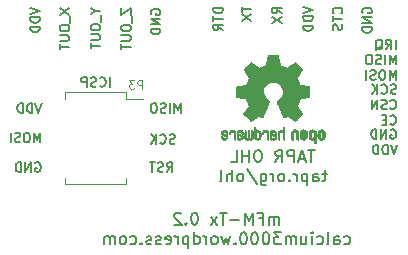
<source format=gbo>
G04 #@! TF.FileFunction,Legend,Bot*
%FSLAX46Y46*%
G04 Gerber Fmt 4.6, Leading zero omitted, Abs format (unit mm)*
G04 Created by KiCad (PCBNEW 4.0.4-stable) date Wednesday, September 27, 2017 'PMt' 07:19:19 PM*
%MOMM*%
%LPD*%
G01*
G04 APERTURE LIST*
%ADD10C,0.100000*%
%ADD11C,0.150000*%
%ADD12C,0.120000*%
%ADD13C,0.010000*%
G04 APERTURE END LIST*
D10*
D11*
X158661905Y-100286348D02*
X157861905Y-100286348D01*
X157861905Y-100476824D01*
X157900000Y-100591110D01*
X157976190Y-100667301D01*
X158052381Y-100705396D01*
X158204762Y-100743491D01*
X158319048Y-100743491D01*
X158471429Y-100705396D01*
X158547619Y-100667301D01*
X158623810Y-100591110D01*
X158661905Y-100476824D01*
X158661905Y-100286348D01*
X157861905Y-100972062D02*
X157861905Y-101429205D01*
X158661905Y-101200634D02*
X157861905Y-101200634D01*
X158661905Y-102153015D02*
X158280952Y-101886348D01*
X158661905Y-101695872D02*
X157861905Y-101695872D01*
X157861905Y-102000634D01*
X157900000Y-102076825D01*
X157938095Y-102114920D01*
X158014286Y-102153015D01*
X158128571Y-102153015D01*
X158204762Y-102114920D01*
X158242857Y-102076825D01*
X158280952Y-102000634D01*
X158280952Y-101695872D01*
X160261905Y-100172062D02*
X160261905Y-100629205D01*
X161061905Y-100400634D02*
X160261905Y-100400634D01*
X160261905Y-100819682D02*
X161061905Y-101353015D01*
X160261905Y-101353015D02*
X161061905Y-100819682D01*
X163661905Y-100743491D02*
X163280952Y-100476824D01*
X163661905Y-100286348D02*
X162861905Y-100286348D01*
X162861905Y-100591110D01*
X162900000Y-100667301D01*
X162938095Y-100705396D01*
X163014286Y-100743491D01*
X163128571Y-100743491D01*
X163204762Y-100705396D01*
X163242857Y-100667301D01*
X163280952Y-100591110D01*
X163280952Y-100286348D01*
X162861905Y-101010158D02*
X163661905Y-101543491D01*
X162861905Y-101543491D02*
X163661905Y-101010158D01*
X165461905Y-100172062D02*
X166261905Y-100438729D01*
X165461905Y-100705396D01*
X166261905Y-100972062D02*
X165461905Y-100972062D01*
X165461905Y-101162538D01*
X165500000Y-101276824D01*
X165576190Y-101353015D01*
X165652381Y-101391110D01*
X165804762Y-101429205D01*
X165919048Y-101429205D01*
X166071429Y-101391110D01*
X166147619Y-101353015D01*
X166223810Y-101276824D01*
X166261905Y-101162538D01*
X166261905Y-100972062D01*
X166261905Y-101772062D02*
X165461905Y-101772062D01*
X165461905Y-101962538D01*
X165500000Y-102076824D01*
X165576190Y-102153015D01*
X165652381Y-102191110D01*
X165804762Y-102229205D01*
X165919048Y-102229205D01*
X166071429Y-102191110D01*
X166147619Y-102153015D01*
X166223810Y-102076824D01*
X166261905Y-101962538D01*
X166261905Y-101772062D01*
X168685714Y-100743491D02*
X168723810Y-100705396D01*
X168761905Y-100591110D01*
X168761905Y-100514920D01*
X168723810Y-100400634D01*
X168647619Y-100324443D01*
X168571429Y-100286348D01*
X168419048Y-100248253D01*
X168304762Y-100248253D01*
X168152381Y-100286348D01*
X168076190Y-100324443D01*
X168000000Y-100400634D01*
X167961905Y-100514920D01*
X167961905Y-100591110D01*
X168000000Y-100705396D01*
X168038095Y-100743491D01*
X167961905Y-100972062D02*
X167961905Y-101429205D01*
X168761905Y-101200634D02*
X167961905Y-101200634D01*
X168723810Y-101657777D02*
X168761905Y-101772063D01*
X168761905Y-101962539D01*
X168723810Y-102038729D01*
X168685714Y-102076825D01*
X168609524Y-102114920D01*
X168533333Y-102114920D01*
X168457143Y-102076825D01*
X168419048Y-102038729D01*
X168380952Y-101962539D01*
X168342857Y-101810158D01*
X168304762Y-101733967D01*
X168266667Y-101695872D01*
X168190476Y-101657777D01*
X168114286Y-101657777D01*
X168038095Y-101695872D01*
X168000000Y-101733967D01*
X167961905Y-101810158D01*
X167961905Y-102000634D01*
X168000000Y-102114920D01*
X170500000Y-100705396D02*
X170461905Y-100629205D01*
X170461905Y-100514920D01*
X170500000Y-100400634D01*
X170576190Y-100324443D01*
X170652381Y-100286348D01*
X170804762Y-100248253D01*
X170919048Y-100248253D01*
X171071429Y-100286348D01*
X171147619Y-100324443D01*
X171223810Y-100400634D01*
X171261905Y-100514920D01*
X171261905Y-100591110D01*
X171223810Y-100705396D01*
X171185714Y-100743491D01*
X170919048Y-100743491D01*
X170919048Y-100591110D01*
X171261905Y-101086348D02*
X170461905Y-101086348D01*
X171261905Y-101543491D01*
X170461905Y-101543491D01*
X171261905Y-101924443D02*
X170461905Y-101924443D01*
X170461905Y-102114919D01*
X170500000Y-102229205D01*
X170576190Y-102305396D01*
X170652381Y-102343491D01*
X170804762Y-102381586D01*
X170919048Y-102381586D01*
X171071429Y-102343491D01*
X171147619Y-102305396D01*
X171223810Y-102229205D01*
X171261905Y-102114919D01*
X171261905Y-101924443D01*
X172890476Y-110600000D02*
X172966667Y-110561905D01*
X173080952Y-110561905D01*
X173195238Y-110600000D01*
X173271429Y-110676190D01*
X173309524Y-110752381D01*
X173347619Y-110904762D01*
X173347619Y-111019048D01*
X173309524Y-111171429D01*
X173271429Y-111247619D01*
X173195238Y-111323810D01*
X173080952Y-111361905D01*
X173004762Y-111361905D01*
X172890476Y-111323810D01*
X172852381Y-111285714D01*
X172852381Y-111019048D01*
X173004762Y-111019048D01*
X172509524Y-111361905D02*
X172509524Y-110561905D01*
X172052381Y-111361905D01*
X172052381Y-110561905D01*
X171671429Y-111361905D02*
X171671429Y-110561905D01*
X171480953Y-110561905D01*
X171366667Y-110600000D01*
X171290476Y-110676190D01*
X171252381Y-110752381D01*
X171214286Y-110904762D01*
X171214286Y-111019048D01*
X171252381Y-111171429D01*
X171290476Y-111247619D01*
X171366667Y-111323810D01*
X171480953Y-111361905D01*
X171671429Y-111361905D01*
X173347619Y-107523810D02*
X173233333Y-107561905D01*
X173042857Y-107561905D01*
X172966667Y-107523810D01*
X172928571Y-107485714D01*
X172890476Y-107409524D01*
X172890476Y-107333333D01*
X172928571Y-107257143D01*
X172966667Y-107219048D01*
X173042857Y-107180952D01*
X173195238Y-107142857D01*
X173271429Y-107104762D01*
X173309524Y-107066667D01*
X173347619Y-106990476D01*
X173347619Y-106914286D01*
X173309524Y-106838095D01*
X173271429Y-106800000D01*
X173195238Y-106761905D01*
X173004762Y-106761905D01*
X172890476Y-106800000D01*
X172090476Y-107485714D02*
X172128571Y-107523810D01*
X172242857Y-107561905D01*
X172319047Y-107561905D01*
X172433333Y-107523810D01*
X172509524Y-107447619D01*
X172547619Y-107371429D01*
X172585714Y-107219048D01*
X172585714Y-107104762D01*
X172547619Y-106952381D01*
X172509524Y-106876190D01*
X172433333Y-106800000D01*
X172319047Y-106761905D01*
X172242857Y-106761905D01*
X172128571Y-106800000D01*
X172090476Y-106838095D01*
X171747619Y-107561905D02*
X171747619Y-106761905D01*
X171290476Y-107561905D02*
X171633333Y-107104762D01*
X171290476Y-106761905D02*
X171747619Y-107219048D01*
X173309524Y-105061905D02*
X173309524Y-104261905D01*
X173042857Y-104833333D01*
X172776190Y-104261905D01*
X172776190Y-105061905D01*
X172395238Y-105061905D02*
X172395238Y-104261905D01*
X172052381Y-105023810D02*
X171938095Y-105061905D01*
X171747619Y-105061905D01*
X171671429Y-105023810D01*
X171633333Y-104985714D01*
X171595238Y-104909524D01*
X171595238Y-104833333D01*
X171633333Y-104757143D01*
X171671429Y-104719048D01*
X171747619Y-104680952D01*
X171900000Y-104642857D01*
X171976191Y-104604762D01*
X172014286Y-104566667D01*
X172052381Y-104490476D01*
X172052381Y-104414286D01*
X172014286Y-104338095D01*
X171976191Y-104300000D01*
X171900000Y-104261905D01*
X171709524Y-104261905D01*
X171595238Y-104300000D01*
X171100000Y-104261905D02*
X170947619Y-104261905D01*
X170871428Y-104300000D01*
X170795238Y-104376190D01*
X170757143Y-104528571D01*
X170757143Y-104795238D01*
X170795238Y-104947619D01*
X170871428Y-105023810D01*
X170947619Y-105061905D01*
X171100000Y-105061905D01*
X171176190Y-105023810D01*
X171252381Y-104947619D01*
X171290476Y-104795238D01*
X171290476Y-104528571D01*
X171252381Y-104376190D01*
X171176190Y-104300000D01*
X171100000Y-104261905D01*
X173423810Y-111861905D02*
X173157143Y-112661905D01*
X172890476Y-111861905D01*
X172623810Y-112661905D02*
X172623810Y-111861905D01*
X172433334Y-111861905D01*
X172319048Y-111900000D01*
X172242857Y-111976190D01*
X172204762Y-112052381D01*
X172166667Y-112204762D01*
X172166667Y-112319048D01*
X172204762Y-112471429D01*
X172242857Y-112547619D01*
X172319048Y-112623810D01*
X172433334Y-112661905D01*
X172623810Y-112661905D01*
X171823810Y-112661905D02*
X171823810Y-111861905D01*
X171633334Y-111861905D01*
X171519048Y-111900000D01*
X171442857Y-111976190D01*
X171404762Y-112052381D01*
X171366667Y-112204762D01*
X171366667Y-112319048D01*
X171404762Y-112471429D01*
X171442857Y-112547619D01*
X171519048Y-112623810D01*
X171633334Y-112661905D01*
X171823810Y-112661905D01*
X173309524Y-106361905D02*
X173309524Y-105561905D01*
X173042857Y-106133333D01*
X172776190Y-105561905D01*
X172776190Y-106361905D01*
X172242857Y-105561905D02*
X172090476Y-105561905D01*
X172014285Y-105600000D01*
X171938095Y-105676190D01*
X171900000Y-105828571D01*
X171900000Y-106095238D01*
X171938095Y-106247619D01*
X172014285Y-106323810D01*
X172090476Y-106361905D01*
X172242857Y-106361905D01*
X172319047Y-106323810D01*
X172395238Y-106247619D01*
X172433333Y-106095238D01*
X172433333Y-105828571D01*
X172395238Y-105676190D01*
X172319047Y-105600000D01*
X172242857Y-105561905D01*
X171595238Y-106323810D02*
X171480952Y-106361905D01*
X171290476Y-106361905D01*
X171214286Y-106323810D01*
X171176190Y-106285714D01*
X171138095Y-106209524D01*
X171138095Y-106133333D01*
X171176190Y-106057143D01*
X171214286Y-106019048D01*
X171290476Y-105980952D01*
X171442857Y-105942857D01*
X171519048Y-105904762D01*
X171557143Y-105866667D01*
X171595238Y-105790476D01*
X171595238Y-105714286D01*
X171557143Y-105638095D01*
X171519048Y-105600000D01*
X171442857Y-105561905D01*
X171252381Y-105561905D01*
X171138095Y-105600000D01*
X170795238Y-106361905D02*
X170795238Y-105561905D01*
X149080952Y-106961905D02*
X149080952Y-106161905D01*
X148242857Y-106885714D02*
X148280952Y-106923810D01*
X148395238Y-106961905D01*
X148471428Y-106961905D01*
X148585714Y-106923810D01*
X148661905Y-106847619D01*
X148700000Y-106771429D01*
X148738095Y-106619048D01*
X148738095Y-106504762D01*
X148700000Y-106352381D01*
X148661905Y-106276190D01*
X148585714Y-106200000D01*
X148471428Y-106161905D01*
X148395238Y-106161905D01*
X148280952Y-106200000D01*
X148242857Y-106238095D01*
X147938095Y-106923810D02*
X147823809Y-106961905D01*
X147633333Y-106961905D01*
X147557143Y-106923810D01*
X147519047Y-106885714D01*
X147480952Y-106809524D01*
X147480952Y-106733333D01*
X147519047Y-106657143D01*
X147557143Y-106619048D01*
X147633333Y-106580952D01*
X147785714Y-106542857D01*
X147861905Y-106504762D01*
X147900000Y-106466667D01*
X147938095Y-106390476D01*
X147938095Y-106314286D01*
X147900000Y-106238095D01*
X147861905Y-106200000D01*
X147785714Y-106161905D01*
X147595238Y-106161905D01*
X147480952Y-106200000D01*
X147138095Y-106961905D02*
X147138095Y-106161905D01*
X146833333Y-106161905D01*
X146757142Y-106200000D01*
X146719047Y-106238095D01*
X146680952Y-106314286D01*
X146680952Y-106428571D01*
X146719047Y-106504762D01*
X146757142Y-106542857D01*
X146833333Y-106580952D01*
X147138095Y-106580952D01*
X163404762Y-118627381D02*
X163404762Y-117960714D01*
X163404762Y-118055952D02*
X163357143Y-118008333D01*
X163261905Y-117960714D01*
X163119047Y-117960714D01*
X163023809Y-118008333D01*
X162976190Y-118103571D01*
X162976190Y-118627381D01*
X162976190Y-118103571D02*
X162928571Y-118008333D01*
X162833333Y-117960714D01*
X162690476Y-117960714D01*
X162595238Y-118008333D01*
X162547619Y-118103571D01*
X162547619Y-118627381D01*
X161738095Y-118103571D02*
X162071429Y-118103571D01*
X162071429Y-118627381D02*
X162071429Y-117627381D01*
X161595238Y-117627381D01*
X161214286Y-118627381D02*
X161214286Y-117627381D01*
X160880952Y-118341667D01*
X160547619Y-117627381D01*
X160547619Y-118627381D01*
X160071429Y-118246429D02*
X159309524Y-118246429D01*
X158976191Y-117627381D02*
X158404762Y-117627381D01*
X158690477Y-118627381D02*
X158690477Y-117627381D01*
X158166667Y-118627381D02*
X157642857Y-117960714D01*
X158166667Y-117960714D02*
X157642857Y-118627381D01*
X156309524Y-117627381D02*
X156214285Y-117627381D01*
X156119047Y-117675000D01*
X156071428Y-117722619D01*
X156023809Y-117817857D01*
X155976190Y-118008333D01*
X155976190Y-118246429D01*
X156023809Y-118436905D01*
X156071428Y-118532143D01*
X156119047Y-118579762D01*
X156214285Y-118627381D01*
X156309524Y-118627381D01*
X156404762Y-118579762D01*
X156452381Y-118532143D01*
X156500000Y-118436905D01*
X156547619Y-118246429D01*
X156547619Y-118008333D01*
X156500000Y-117817857D01*
X156452381Y-117722619D01*
X156404762Y-117675000D01*
X156309524Y-117627381D01*
X155547619Y-118532143D02*
X155500000Y-118579762D01*
X155547619Y-118627381D01*
X155595238Y-118579762D01*
X155547619Y-118532143D01*
X155547619Y-118627381D01*
X155119048Y-117722619D02*
X155071429Y-117675000D01*
X154976191Y-117627381D01*
X154738095Y-117627381D01*
X154642857Y-117675000D01*
X154595238Y-117722619D01*
X154547619Y-117817857D01*
X154547619Y-117913095D01*
X154595238Y-118055952D01*
X155166667Y-118627381D01*
X154547619Y-118627381D01*
X168928571Y-120229762D02*
X169023809Y-120277381D01*
X169214286Y-120277381D01*
X169309524Y-120229762D01*
X169357143Y-120182143D01*
X169404762Y-120086905D01*
X169404762Y-119801190D01*
X169357143Y-119705952D01*
X169309524Y-119658333D01*
X169214286Y-119610714D01*
X169023809Y-119610714D01*
X168928571Y-119658333D01*
X168071428Y-120277381D02*
X168071428Y-119753571D01*
X168119047Y-119658333D01*
X168214285Y-119610714D01*
X168404762Y-119610714D01*
X168500000Y-119658333D01*
X168071428Y-120229762D02*
X168166666Y-120277381D01*
X168404762Y-120277381D01*
X168500000Y-120229762D01*
X168547619Y-120134524D01*
X168547619Y-120039286D01*
X168500000Y-119944048D01*
X168404762Y-119896429D01*
X168166666Y-119896429D01*
X168071428Y-119848810D01*
X167452381Y-120277381D02*
X167547619Y-120229762D01*
X167595238Y-120134524D01*
X167595238Y-119277381D01*
X166642856Y-120229762D02*
X166738094Y-120277381D01*
X166928571Y-120277381D01*
X167023809Y-120229762D01*
X167071428Y-120182143D01*
X167119047Y-120086905D01*
X167119047Y-119801190D01*
X167071428Y-119705952D01*
X167023809Y-119658333D01*
X166928571Y-119610714D01*
X166738094Y-119610714D01*
X166642856Y-119658333D01*
X166214285Y-120277381D02*
X166214285Y-119610714D01*
X166214285Y-119277381D02*
X166261904Y-119325000D01*
X166214285Y-119372619D01*
X166166666Y-119325000D01*
X166214285Y-119277381D01*
X166214285Y-119372619D01*
X165309523Y-119610714D02*
X165309523Y-120277381D01*
X165738095Y-119610714D02*
X165738095Y-120134524D01*
X165690476Y-120229762D01*
X165595238Y-120277381D01*
X165452380Y-120277381D01*
X165357142Y-120229762D01*
X165309523Y-120182143D01*
X164833333Y-120277381D02*
X164833333Y-119610714D01*
X164833333Y-119705952D02*
X164785714Y-119658333D01*
X164690476Y-119610714D01*
X164547618Y-119610714D01*
X164452380Y-119658333D01*
X164404761Y-119753571D01*
X164404761Y-120277381D01*
X164404761Y-119753571D02*
X164357142Y-119658333D01*
X164261904Y-119610714D01*
X164119047Y-119610714D01*
X164023809Y-119658333D01*
X163976190Y-119753571D01*
X163976190Y-120277381D01*
X163595238Y-119277381D02*
X162976190Y-119277381D01*
X163309524Y-119658333D01*
X163166666Y-119658333D01*
X163071428Y-119705952D01*
X163023809Y-119753571D01*
X162976190Y-119848810D01*
X162976190Y-120086905D01*
X163023809Y-120182143D01*
X163071428Y-120229762D01*
X163166666Y-120277381D01*
X163452381Y-120277381D01*
X163547619Y-120229762D01*
X163595238Y-120182143D01*
X162357143Y-119277381D02*
X162261904Y-119277381D01*
X162166666Y-119325000D01*
X162119047Y-119372619D01*
X162071428Y-119467857D01*
X162023809Y-119658333D01*
X162023809Y-119896429D01*
X162071428Y-120086905D01*
X162119047Y-120182143D01*
X162166666Y-120229762D01*
X162261904Y-120277381D01*
X162357143Y-120277381D01*
X162452381Y-120229762D01*
X162500000Y-120182143D01*
X162547619Y-120086905D01*
X162595238Y-119896429D01*
X162595238Y-119658333D01*
X162547619Y-119467857D01*
X162500000Y-119372619D01*
X162452381Y-119325000D01*
X162357143Y-119277381D01*
X161404762Y-119277381D02*
X161309523Y-119277381D01*
X161214285Y-119325000D01*
X161166666Y-119372619D01*
X161119047Y-119467857D01*
X161071428Y-119658333D01*
X161071428Y-119896429D01*
X161119047Y-120086905D01*
X161166666Y-120182143D01*
X161214285Y-120229762D01*
X161309523Y-120277381D01*
X161404762Y-120277381D01*
X161500000Y-120229762D01*
X161547619Y-120182143D01*
X161595238Y-120086905D01*
X161642857Y-119896429D01*
X161642857Y-119658333D01*
X161595238Y-119467857D01*
X161547619Y-119372619D01*
X161500000Y-119325000D01*
X161404762Y-119277381D01*
X160452381Y-119277381D02*
X160357142Y-119277381D01*
X160261904Y-119325000D01*
X160214285Y-119372619D01*
X160166666Y-119467857D01*
X160119047Y-119658333D01*
X160119047Y-119896429D01*
X160166666Y-120086905D01*
X160214285Y-120182143D01*
X160261904Y-120229762D01*
X160357142Y-120277381D01*
X160452381Y-120277381D01*
X160547619Y-120229762D01*
X160595238Y-120182143D01*
X160642857Y-120086905D01*
X160690476Y-119896429D01*
X160690476Y-119658333D01*
X160642857Y-119467857D01*
X160595238Y-119372619D01*
X160547619Y-119325000D01*
X160452381Y-119277381D01*
X159690476Y-120182143D02*
X159642857Y-120229762D01*
X159690476Y-120277381D01*
X159738095Y-120229762D01*
X159690476Y-120182143D01*
X159690476Y-120277381D01*
X159309524Y-119610714D02*
X159119048Y-120277381D01*
X158928571Y-119801190D01*
X158738095Y-120277381D01*
X158547619Y-119610714D01*
X158023810Y-120277381D02*
X158119048Y-120229762D01*
X158166667Y-120182143D01*
X158214286Y-120086905D01*
X158214286Y-119801190D01*
X158166667Y-119705952D01*
X158119048Y-119658333D01*
X158023810Y-119610714D01*
X157880952Y-119610714D01*
X157785714Y-119658333D01*
X157738095Y-119705952D01*
X157690476Y-119801190D01*
X157690476Y-120086905D01*
X157738095Y-120182143D01*
X157785714Y-120229762D01*
X157880952Y-120277381D01*
X158023810Y-120277381D01*
X157261905Y-120277381D02*
X157261905Y-119610714D01*
X157261905Y-119801190D02*
X157214286Y-119705952D01*
X157166667Y-119658333D01*
X157071429Y-119610714D01*
X156976190Y-119610714D01*
X156214285Y-120277381D02*
X156214285Y-119277381D01*
X156214285Y-120229762D02*
X156309523Y-120277381D01*
X156500000Y-120277381D01*
X156595238Y-120229762D01*
X156642857Y-120182143D01*
X156690476Y-120086905D01*
X156690476Y-119801190D01*
X156642857Y-119705952D01*
X156595238Y-119658333D01*
X156500000Y-119610714D01*
X156309523Y-119610714D01*
X156214285Y-119658333D01*
X155738095Y-119610714D02*
X155738095Y-120610714D01*
X155738095Y-119658333D02*
X155642857Y-119610714D01*
X155452380Y-119610714D01*
X155357142Y-119658333D01*
X155309523Y-119705952D01*
X155261904Y-119801190D01*
X155261904Y-120086905D01*
X155309523Y-120182143D01*
X155357142Y-120229762D01*
X155452380Y-120277381D01*
X155642857Y-120277381D01*
X155738095Y-120229762D01*
X154833333Y-120277381D02*
X154833333Y-119610714D01*
X154833333Y-119801190D02*
X154785714Y-119705952D01*
X154738095Y-119658333D01*
X154642857Y-119610714D01*
X154547618Y-119610714D01*
X153833332Y-120229762D02*
X153928570Y-120277381D01*
X154119047Y-120277381D01*
X154214285Y-120229762D01*
X154261904Y-120134524D01*
X154261904Y-119753571D01*
X154214285Y-119658333D01*
X154119047Y-119610714D01*
X153928570Y-119610714D01*
X153833332Y-119658333D01*
X153785713Y-119753571D01*
X153785713Y-119848810D01*
X154261904Y-119944048D01*
X153404761Y-120229762D02*
X153309523Y-120277381D01*
X153119047Y-120277381D01*
X153023808Y-120229762D01*
X152976189Y-120134524D01*
X152976189Y-120086905D01*
X153023808Y-119991667D01*
X153119047Y-119944048D01*
X153261904Y-119944048D01*
X153357142Y-119896429D01*
X153404761Y-119801190D01*
X153404761Y-119753571D01*
X153357142Y-119658333D01*
X153261904Y-119610714D01*
X153119047Y-119610714D01*
X153023808Y-119658333D01*
X152595237Y-120229762D02*
X152499999Y-120277381D01*
X152309523Y-120277381D01*
X152214284Y-120229762D01*
X152166665Y-120134524D01*
X152166665Y-120086905D01*
X152214284Y-119991667D01*
X152309523Y-119944048D01*
X152452380Y-119944048D01*
X152547618Y-119896429D01*
X152595237Y-119801190D01*
X152595237Y-119753571D01*
X152547618Y-119658333D01*
X152452380Y-119610714D01*
X152309523Y-119610714D01*
X152214284Y-119658333D01*
X151738094Y-120182143D02*
X151690475Y-120229762D01*
X151738094Y-120277381D01*
X151785713Y-120229762D01*
X151738094Y-120182143D01*
X151738094Y-120277381D01*
X150833332Y-120229762D02*
X150928570Y-120277381D01*
X151119047Y-120277381D01*
X151214285Y-120229762D01*
X151261904Y-120182143D01*
X151309523Y-120086905D01*
X151309523Y-119801190D01*
X151261904Y-119705952D01*
X151214285Y-119658333D01*
X151119047Y-119610714D01*
X150928570Y-119610714D01*
X150833332Y-119658333D01*
X150261904Y-120277381D02*
X150357142Y-120229762D01*
X150404761Y-120182143D01*
X150452380Y-120086905D01*
X150452380Y-119801190D01*
X150404761Y-119705952D01*
X150357142Y-119658333D01*
X150261904Y-119610714D01*
X150119046Y-119610714D01*
X150023808Y-119658333D01*
X149976189Y-119705952D01*
X149928570Y-119801190D01*
X149928570Y-120086905D01*
X149976189Y-120182143D01*
X150023808Y-120229762D01*
X150119046Y-120277381D01*
X150261904Y-120277381D01*
X149499999Y-120277381D02*
X149499999Y-119610714D01*
X149499999Y-119705952D02*
X149452380Y-119658333D01*
X149357142Y-119610714D01*
X149214284Y-119610714D01*
X149119046Y-119658333D01*
X149071427Y-119753571D01*
X149071427Y-120277381D01*
X149071427Y-119753571D02*
X149023808Y-119658333D01*
X148928570Y-119610714D01*
X148785713Y-119610714D01*
X148690475Y-119658333D01*
X148642856Y-119753571D01*
X148642856Y-120277381D01*
X166447619Y-112327381D02*
X165876190Y-112327381D01*
X166161905Y-113327381D02*
X166161905Y-112327381D01*
X165590476Y-113041667D02*
X165114285Y-113041667D01*
X165685714Y-113327381D02*
X165352381Y-112327381D01*
X165019047Y-113327381D01*
X164685714Y-113327381D02*
X164685714Y-112327381D01*
X164304761Y-112327381D01*
X164209523Y-112375000D01*
X164161904Y-112422619D01*
X164114285Y-112517857D01*
X164114285Y-112660714D01*
X164161904Y-112755952D01*
X164209523Y-112803571D01*
X164304761Y-112851190D01*
X164685714Y-112851190D01*
X163114285Y-113327381D02*
X163447619Y-112851190D01*
X163685714Y-113327381D02*
X163685714Y-112327381D01*
X163304761Y-112327381D01*
X163209523Y-112375000D01*
X163161904Y-112422619D01*
X163114285Y-112517857D01*
X163114285Y-112660714D01*
X163161904Y-112755952D01*
X163209523Y-112803571D01*
X163304761Y-112851190D01*
X163685714Y-112851190D01*
X161733333Y-112327381D02*
X161542856Y-112327381D01*
X161447618Y-112375000D01*
X161352380Y-112470238D01*
X161304761Y-112660714D01*
X161304761Y-112994048D01*
X161352380Y-113184524D01*
X161447618Y-113279762D01*
X161542856Y-113327381D01*
X161733333Y-113327381D01*
X161828571Y-113279762D01*
X161923809Y-113184524D01*
X161971428Y-112994048D01*
X161971428Y-112660714D01*
X161923809Y-112470238D01*
X161828571Y-112375000D01*
X161733333Y-112327381D01*
X160876190Y-113327381D02*
X160876190Y-112327381D01*
X160876190Y-112803571D02*
X160304761Y-112803571D01*
X160304761Y-113327381D02*
X160304761Y-112327381D01*
X159352380Y-113327381D02*
X159828571Y-113327381D01*
X159828571Y-112327381D01*
X167447620Y-114310714D02*
X167066668Y-114310714D01*
X167304763Y-113977381D02*
X167304763Y-114834524D01*
X167257144Y-114929762D01*
X167161906Y-114977381D01*
X167066668Y-114977381D01*
X166304762Y-114977381D02*
X166304762Y-114453571D01*
X166352381Y-114358333D01*
X166447619Y-114310714D01*
X166638096Y-114310714D01*
X166733334Y-114358333D01*
X166304762Y-114929762D02*
X166400000Y-114977381D01*
X166638096Y-114977381D01*
X166733334Y-114929762D01*
X166780953Y-114834524D01*
X166780953Y-114739286D01*
X166733334Y-114644048D01*
X166638096Y-114596429D01*
X166400000Y-114596429D01*
X166304762Y-114548810D01*
X165828572Y-114310714D02*
X165828572Y-115310714D01*
X165828572Y-114358333D02*
X165733334Y-114310714D01*
X165542857Y-114310714D01*
X165447619Y-114358333D01*
X165400000Y-114405952D01*
X165352381Y-114501190D01*
X165352381Y-114786905D01*
X165400000Y-114882143D01*
X165447619Y-114929762D01*
X165542857Y-114977381D01*
X165733334Y-114977381D01*
X165828572Y-114929762D01*
X164923810Y-114977381D02*
X164923810Y-114310714D01*
X164923810Y-114501190D02*
X164876191Y-114405952D01*
X164828572Y-114358333D01*
X164733334Y-114310714D01*
X164638095Y-114310714D01*
X164304762Y-114882143D02*
X164257143Y-114929762D01*
X164304762Y-114977381D01*
X164352381Y-114929762D01*
X164304762Y-114882143D01*
X164304762Y-114977381D01*
X163685715Y-114977381D02*
X163780953Y-114929762D01*
X163828572Y-114882143D01*
X163876191Y-114786905D01*
X163876191Y-114501190D01*
X163828572Y-114405952D01*
X163780953Y-114358333D01*
X163685715Y-114310714D01*
X163542857Y-114310714D01*
X163447619Y-114358333D01*
X163400000Y-114405952D01*
X163352381Y-114501190D01*
X163352381Y-114786905D01*
X163400000Y-114882143D01*
X163447619Y-114929762D01*
X163542857Y-114977381D01*
X163685715Y-114977381D01*
X162923810Y-114977381D02*
X162923810Y-114310714D01*
X162923810Y-114501190D02*
X162876191Y-114405952D01*
X162828572Y-114358333D01*
X162733334Y-114310714D01*
X162638095Y-114310714D01*
X161876190Y-114310714D02*
X161876190Y-115120238D01*
X161923809Y-115215476D01*
X161971428Y-115263095D01*
X162066667Y-115310714D01*
X162209524Y-115310714D01*
X162304762Y-115263095D01*
X161876190Y-114929762D02*
X161971428Y-114977381D01*
X162161905Y-114977381D01*
X162257143Y-114929762D01*
X162304762Y-114882143D01*
X162352381Y-114786905D01*
X162352381Y-114501190D01*
X162304762Y-114405952D01*
X162257143Y-114358333D01*
X162161905Y-114310714D01*
X161971428Y-114310714D01*
X161876190Y-114358333D01*
X160685714Y-113929762D02*
X161542857Y-115215476D01*
X160209524Y-114977381D02*
X160304762Y-114929762D01*
X160352381Y-114882143D01*
X160400000Y-114786905D01*
X160400000Y-114501190D01*
X160352381Y-114405952D01*
X160304762Y-114358333D01*
X160209524Y-114310714D01*
X160066666Y-114310714D01*
X159971428Y-114358333D01*
X159923809Y-114405952D01*
X159876190Y-114501190D01*
X159876190Y-114786905D01*
X159923809Y-114882143D01*
X159971428Y-114929762D01*
X160066666Y-114977381D01*
X160209524Y-114977381D01*
X159447619Y-114977381D02*
X159447619Y-113977381D01*
X159019047Y-114977381D02*
X159019047Y-114453571D01*
X159066666Y-114358333D01*
X159161904Y-114310714D01*
X159304762Y-114310714D01*
X159400000Y-114358333D01*
X159447619Y-114405952D01*
X158400000Y-114977381D02*
X158495238Y-114929762D01*
X158542857Y-114834524D01*
X158542857Y-113977381D01*
X153923810Y-114161905D02*
X154190477Y-113780952D01*
X154380953Y-114161905D02*
X154380953Y-113361905D01*
X154076191Y-113361905D01*
X154000000Y-113400000D01*
X153961905Y-113438095D01*
X153923810Y-113514286D01*
X153923810Y-113628571D01*
X153961905Y-113704762D01*
X154000000Y-113742857D01*
X154076191Y-113780952D01*
X154380953Y-113780952D01*
X153619048Y-114123810D02*
X153504762Y-114161905D01*
X153314286Y-114161905D01*
X153238096Y-114123810D01*
X153200000Y-114085714D01*
X153161905Y-114009524D01*
X153161905Y-113933333D01*
X153200000Y-113857143D01*
X153238096Y-113819048D01*
X153314286Y-113780952D01*
X153466667Y-113742857D01*
X153542858Y-113704762D01*
X153580953Y-113666667D01*
X153619048Y-113590476D01*
X153619048Y-113514286D01*
X153580953Y-113438095D01*
X153542858Y-113400000D01*
X153466667Y-113361905D01*
X153276191Y-113361905D01*
X153161905Y-113400000D01*
X152933334Y-113361905D02*
X152476191Y-113361905D01*
X152704762Y-114161905D02*
X152704762Y-113361905D01*
X173309524Y-103761905D02*
X173309524Y-102961905D01*
X172471429Y-103761905D02*
X172738096Y-103380952D01*
X172928572Y-103761905D02*
X172928572Y-102961905D01*
X172623810Y-102961905D01*
X172547619Y-103000000D01*
X172509524Y-103038095D01*
X172471429Y-103114286D01*
X172471429Y-103228571D01*
X172509524Y-103304762D01*
X172547619Y-103342857D01*
X172623810Y-103380952D01*
X172928572Y-103380952D01*
X171595238Y-103838095D02*
X171671429Y-103800000D01*
X171747619Y-103723810D01*
X171861905Y-103609524D01*
X171938096Y-103571429D01*
X172014286Y-103571429D01*
X171976191Y-103761905D02*
X172052381Y-103723810D01*
X172128572Y-103647619D01*
X172166667Y-103495238D01*
X172166667Y-103228571D01*
X172128572Y-103076190D01*
X172052381Y-103000000D01*
X171976191Y-102961905D01*
X171823810Y-102961905D01*
X171747619Y-103000000D01*
X171671429Y-103076190D01*
X171633334Y-103228571D01*
X171633334Y-103495238D01*
X171671429Y-103647619D01*
X171747619Y-103723810D01*
X171823810Y-103761905D01*
X171976191Y-103761905D01*
X155104762Y-109161905D02*
X155104762Y-108361905D01*
X154838095Y-108933333D01*
X154571428Y-108361905D01*
X154571428Y-109161905D01*
X154190476Y-109161905D02*
X154190476Y-108361905D01*
X153847619Y-109123810D02*
X153733333Y-109161905D01*
X153542857Y-109161905D01*
X153466667Y-109123810D01*
X153428571Y-109085714D01*
X153390476Y-109009524D01*
X153390476Y-108933333D01*
X153428571Y-108857143D01*
X153466667Y-108819048D01*
X153542857Y-108780952D01*
X153695238Y-108742857D01*
X153771429Y-108704762D01*
X153809524Y-108666667D01*
X153847619Y-108590476D01*
X153847619Y-108514286D01*
X153809524Y-108438095D01*
X153771429Y-108400000D01*
X153695238Y-108361905D01*
X153504762Y-108361905D01*
X153390476Y-108400000D01*
X152895238Y-108361905D02*
X152742857Y-108361905D01*
X152666666Y-108400000D01*
X152590476Y-108476190D01*
X152552381Y-108628571D01*
X152552381Y-108895238D01*
X152590476Y-109047619D01*
X152666666Y-109123810D01*
X152742857Y-109161905D01*
X152895238Y-109161905D01*
X152971428Y-109123810D01*
X153047619Y-109047619D01*
X153085714Y-108895238D01*
X153085714Y-108628571D01*
X153047619Y-108476190D01*
X152971428Y-108400000D01*
X152895238Y-108361905D01*
X143209524Y-111661905D02*
X143209524Y-110861905D01*
X142942857Y-111433333D01*
X142676190Y-110861905D01*
X142676190Y-111661905D01*
X142142857Y-110861905D02*
X141990476Y-110861905D01*
X141914285Y-110900000D01*
X141838095Y-110976190D01*
X141800000Y-111128571D01*
X141800000Y-111395238D01*
X141838095Y-111547619D01*
X141914285Y-111623810D01*
X141990476Y-111661905D01*
X142142857Y-111661905D01*
X142219047Y-111623810D01*
X142295238Y-111547619D01*
X142333333Y-111395238D01*
X142333333Y-111128571D01*
X142295238Y-110976190D01*
X142219047Y-110900000D01*
X142142857Y-110861905D01*
X141495238Y-111623810D02*
X141380952Y-111661905D01*
X141190476Y-111661905D01*
X141114286Y-111623810D01*
X141076190Y-111585714D01*
X141038095Y-111509524D01*
X141038095Y-111433333D01*
X141076190Y-111357143D01*
X141114286Y-111319048D01*
X141190476Y-111280952D01*
X141342857Y-111242857D01*
X141419048Y-111204762D01*
X141457143Y-111166667D01*
X141495238Y-111090476D01*
X141495238Y-111014286D01*
X141457143Y-110938095D01*
X141419048Y-110900000D01*
X141342857Y-110861905D01*
X141152381Y-110861905D01*
X141038095Y-110900000D01*
X140695238Y-111661905D02*
X140695238Y-110861905D01*
X154609524Y-111723810D02*
X154495238Y-111761905D01*
X154304762Y-111761905D01*
X154228572Y-111723810D01*
X154190476Y-111685714D01*
X154152381Y-111609524D01*
X154152381Y-111533333D01*
X154190476Y-111457143D01*
X154228572Y-111419048D01*
X154304762Y-111380952D01*
X154457143Y-111342857D01*
X154533334Y-111304762D01*
X154571429Y-111266667D01*
X154609524Y-111190476D01*
X154609524Y-111114286D01*
X154571429Y-111038095D01*
X154533334Y-111000000D01*
X154457143Y-110961905D01*
X154266667Y-110961905D01*
X154152381Y-111000000D01*
X153352381Y-111685714D02*
X153390476Y-111723810D01*
X153504762Y-111761905D01*
X153580952Y-111761905D01*
X153695238Y-111723810D01*
X153771429Y-111647619D01*
X153809524Y-111571429D01*
X153847619Y-111419048D01*
X153847619Y-111304762D01*
X153809524Y-111152381D01*
X153771429Y-111076190D01*
X153695238Y-111000000D01*
X153580952Y-110961905D01*
X153504762Y-110961905D01*
X153390476Y-111000000D01*
X153352381Y-111038095D01*
X153009524Y-111761905D02*
X153009524Y-110961905D01*
X152552381Y-111761905D02*
X152895238Y-111304762D01*
X152552381Y-110961905D02*
X153009524Y-111419048D01*
X172852381Y-108785714D02*
X172890476Y-108823810D01*
X173004762Y-108861905D01*
X173080952Y-108861905D01*
X173195238Y-108823810D01*
X173271429Y-108747619D01*
X173309524Y-108671429D01*
X173347619Y-108519048D01*
X173347619Y-108404762D01*
X173309524Y-108252381D01*
X173271429Y-108176190D01*
X173195238Y-108100000D01*
X173080952Y-108061905D01*
X173004762Y-108061905D01*
X172890476Y-108100000D01*
X172852381Y-108138095D01*
X172547619Y-108823810D02*
X172433333Y-108861905D01*
X172242857Y-108861905D01*
X172166667Y-108823810D01*
X172128571Y-108785714D01*
X172090476Y-108709524D01*
X172090476Y-108633333D01*
X172128571Y-108557143D01*
X172166667Y-108519048D01*
X172242857Y-108480952D01*
X172395238Y-108442857D01*
X172471429Y-108404762D01*
X172509524Y-108366667D01*
X172547619Y-108290476D01*
X172547619Y-108214286D01*
X172509524Y-108138095D01*
X172471429Y-108100000D01*
X172395238Y-108061905D01*
X172204762Y-108061905D01*
X172090476Y-108100000D01*
X171747619Y-108861905D02*
X171747619Y-108061905D01*
X171290476Y-108861905D01*
X171290476Y-108061905D01*
X172852381Y-110085714D02*
X172890476Y-110123810D01*
X173004762Y-110161905D01*
X173080952Y-110161905D01*
X173195238Y-110123810D01*
X173271429Y-110047619D01*
X173309524Y-109971429D01*
X173347619Y-109819048D01*
X173347619Y-109704762D01*
X173309524Y-109552381D01*
X173271429Y-109476190D01*
X173195238Y-109400000D01*
X173080952Y-109361905D01*
X173004762Y-109361905D01*
X172890476Y-109400000D01*
X172852381Y-109438095D01*
X172509524Y-109742857D02*
X172242857Y-109742857D01*
X172128571Y-110161905D02*
X172509524Y-110161905D01*
X172509524Y-109361905D01*
X172128571Y-109361905D01*
X143323810Y-108361905D02*
X143057143Y-109161905D01*
X142790476Y-108361905D01*
X142523810Y-109161905D02*
X142523810Y-108361905D01*
X142333334Y-108361905D01*
X142219048Y-108400000D01*
X142142857Y-108476190D01*
X142104762Y-108552381D01*
X142066667Y-108704762D01*
X142066667Y-108819048D01*
X142104762Y-108971429D01*
X142142857Y-109047619D01*
X142219048Y-109123810D01*
X142333334Y-109161905D01*
X142523810Y-109161905D01*
X141723810Y-109161905D02*
X141723810Y-108361905D01*
X141533334Y-108361905D01*
X141419048Y-108400000D01*
X141342857Y-108476190D01*
X141304762Y-108552381D01*
X141266667Y-108704762D01*
X141266667Y-108819048D01*
X141304762Y-108971429D01*
X141342857Y-109047619D01*
X141419048Y-109123810D01*
X141533334Y-109161905D01*
X141723810Y-109161905D01*
X142790476Y-113400000D02*
X142866667Y-113361905D01*
X142980952Y-113361905D01*
X143095238Y-113400000D01*
X143171429Y-113476190D01*
X143209524Y-113552381D01*
X143247619Y-113704762D01*
X143247619Y-113819048D01*
X143209524Y-113971429D01*
X143171429Y-114047619D01*
X143095238Y-114123810D01*
X142980952Y-114161905D01*
X142904762Y-114161905D01*
X142790476Y-114123810D01*
X142752381Y-114085714D01*
X142752381Y-113819048D01*
X142904762Y-113819048D01*
X142409524Y-114161905D02*
X142409524Y-113361905D01*
X141952381Y-114161905D01*
X141952381Y-113361905D01*
X141571429Y-114161905D02*
X141571429Y-113361905D01*
X141380953Y-113361905D01*
X141266667Y-113400000D01*
X141190476Y-113476190D01*
X141152381Y-113552381D01*
X141114286Y-113704762D01*
X141114286Y-113819048D01*
X141152381Y-113971429D01*
X141190476Y-114047619D01*
X141266667Y-114123810D01*
X141380953Y-114161905D01*
X141571429Y-114161905D01*
X152600000Y-100809524D02*
X152561905Y-100733333D01*
X152561905Y-100619048D01*
X152600000Y-100504762D01*
X152676190Y-100428571D01*
X152752381Y-100390476D01*
X152904762Y-100352381D01*
X153019048Y-100352381D01*
X153171429Y-100390476D01*
X153247619Y-100428571D01*
X153323810Y-100504762D01*
X153361905Y-100619048D01*
X153361905Y-100695238D01*
X153323810Y-100809524D01*
X153285714Y-100847619D01*
X153019048Y-100847619D01*
X153019048Y-100695238D01*
X153361905Y-101190476D02*
X152561905Y-101190476D01*
X153361905Y-101647619D01*
X152561905Y-101647619D01*
X153361905Y-102028571D02*
X152561905Y-102028571D01*
X152561905Y-102219047D01*
X152600000Y-102333333D01*
X152676190Y-102409524D01*
X152752381Y-102447619D01*
X152904762Y-102485714D01*
X153019048Y-102485714D01*
X153171429Y-102447619D01*
X153247619Y-102409524D01*
X153323810Y-102333333D01*
X153361905Y-102219047D01*
X153361905Y-102028571D01*
X150061905Y-100314286D02*
X150061905Y-100847619D01*
X150861905Y-100314286D01*
X150861905Y-100847619D01*
X150938095Y-100961905D02*
X150938095Y-101571429D01*
X150061905Y-101914286D02*
X150061905Y-102066667D01*
X150100000Y-102142858D01*
X150176190Y-102219048D01*
X150328571Y-102257143D01*
X150595238Y-102257143D01*
X150747619Y-102219048D01*
X150823810Y-102142858D01*
X150861905Y-102066667D01*
X150861905Y-101914286D01*
X150823810Y-101838096D01*
X150747619Y-101761905D01*
X150595238Y-101723810D01*
X150328571Y-101723810D01*
X150176190Y-101761905D01*
X150100000Y-101838096D01*
X150061905Y-101914286D01*
X150061905Y-102600000D02*
X150709524Y-102600000D01*
X150785714Y-102638095D01*
X150823810Y-102676191D01*
X150861905Y-102752381D01*
X150861905Y-102904762D01*
X150823810Y-102980953D01*
X150785714Y-103019048D01*
X150709524Y-103057143D01*
X150061905Y-103057143D01*
X150061905Y-103323809D02*
X150061905Y-103780952D01*
X150861905Y-103552381D02*
X150061905Y-103552381D01*
X147880952Y-100542857D02*
X148261905Y-100542857D01*
X147461905Y-100276190D02*
X147880952Y-100542857D01*
X147461905Y-100809524D01*
X148338095Y-100885714D02*
X148338095Y-101495238D01*
X147461905Y-101838095D02*
X147461905Y-101990476D01*
X147500000Y-102066667D01*
X147576190Y-102142857D01*
X147728571Y-102180952D01*
X147995238Y-102180952D01*
X148147619Y-102142857D01*
X148223810Y-102066667D01*
X148261905Y-101990476D01*
X148261905Y-101838095D01*
X148223810Y-101761905D01*
X148147619Y-101685714D01*
X147995238Y-101647619D01*
X147728571Y-101647619D01*
X147576190Y-101685714D01*
X147500000Y-101761905D01*
X147461905Y-101838095D01*
X147461905Y-102523809D02*
X148109524Y-102523809D01*
X148185714Y-102561904D01*
X148223810Y-102600000D01*
X148261905Y-102676190D01*
X148261905Y-102828571D01*
X148223810Y-102904762D01*
X148185714Y-102942857D01*
X148109524Y-102980952D01*
X147461905Y-102980952D01*
X147461905Y-103247618D02*
X147461905Y-103704761D01*
X148261905Y-103476190D02*
X147461905Y-103476190D01*
X144861905Y-100314286D02*
X145661905Y-100847619D01*
X144861905Y-100847619D02*
X145661905Y-100314286D01*
X145738095Y-100961905D02*
X145738095Y-101571429D01*
X144861905Y-101914286D02*
X144861905Y-102066667D01*
X144900000Y-102142858D01*
X144976190Y-102219048D01*
X145128571Y-102257143D01*
X145395238Y-102257143D01*
X145547619Y-102219048D01*
X145623810Y-102142858D01*
X145661905Y-102066667D01*
X145661905Y-101914286D01*
X145623810Y-101838096D01*
X145547619Y-101761905D01*
X145395238Y-101723810D01*
X145128571Y-101723810D01*
X144976190Y-101761905D01*
X144900000Y-101838096D01*
X144861905Y-101914286D01*
X144861905Y-102600000D02*
X145509524Y-102600000D01*
X145585714Y-102638095D01*
X145623810Y-102676191D01*
X145661905Y-102752381D01*
X145661905Y-102904762D01*
X145623810Y-102980953D01*
X145585714Y-103019048D01*
X145509524Y-103057143D01*
X144861905Y-103057143D01*
X144861905Y-103323809D02*
X144861905Y-103780952D01*
X145661905Y-103552381D02*
X144861905Y-103552381D01*
X142361905Y-100276190D02*
X143161905Y-100542857D01*
X142361905Y-100809524D01*
X143161905Y-101076190D02*
X142361905Y-101076190D01*
X142361905Y-101266666D01*
X142400000Y-101380952D01*
X142476190Y-101457143D01*
X142552381Y-101495238D01*
X142704762Y-101533333D01*
X142819048Y-101533333D01*
X142971429Y-101495238D01*
X143047619Y-101457143D01*
X143123810Y-101380952D01*
X143161905Y-101266666D01*
X143161905Y-101076190D01*
X143161905Y-101876190D02*
X142361905Y-101876190D01*
X142361905Y-102066666D01*
X142400000Y-102180952D01*
X142476190Y-102257143D01*
X142552381Y-102295238D01*
X142704762Y-102333333D01*
X142819048Y-102333333D01*
X142971429Y-102295238D01*
X143047619Y-102257143D01*
X143123810Y-102180952D01*
X143161905Y-102066666D01*
X143161905Y-101876190D01*
D12*
X150500000Y-107960000D02*
X150500000Y-107430000D01*
X150500000Y-107430000D02*
X145300000Y-107430000D01*
X145300000Y-107430000D02*
X145300000Y-107960000D01*
X150500000Y-114640000D02*
X150500000Y-115170000D01*
X150500000Y-115170000D02*
X145300000Y-115170000D01*
X145300000Y-115170000D02*
X145300000Y-114640000D01*
X151920000Y-107960000D02*
X150500000Y-107960000D01*
D13*
G36*
X166131114Y-110584505D02*
X166056461Y-110621727D01*
X165990569Y-110690261D01*
X165972423Y-110715648D01*
X165952655Y-110748866D01*
X165939828Y-110784945D01*
X165932490Y-110833098D01*
X165929187Y-110902536D01*
X165928462Y-110994206D01*
X165931737Y-111119830D01*
X165943123Y-111214154D01*
X165964959Y-111284523D01*
X165999581Y-111338286D01*
X166049330Y-111382788D01*
X166052986Y-111385423D01*
X166102015Y-111412377D01*
X166161055Y-111425712D01*
X166236141Y-111429000D01*
X166358205Y-111429000D01*
X166358256Y-111547497D01*
X166359392Y-111613492D01*
X166366314Y-111652202D01*
X166384402Y-111675419D01*
X166419038Y-111694933D01*
X166427355Y-111698920D01*
X166466280Y-111717603D01*
X166496417Y-111729403D01*
X166518826Y-111730422D01*
X166534567Y-111716761D01*
X166544698Y-111684522D01*
X166550277Y-111629804D01*
X166552365Y-111548711D01*
X166552019Y-111437344D01*
X166550300Y-111291802D01*
X166549763Y-111248269D01*
X166547828Y-111098205D01*
X166546096Y-111000042D01*
X166358308Y-111000042D01*
X166357252Y-111083364D01*
X166352562Y-111137880D01*
X166341949Y-111173837D01*
X166323128Y-111201482D01*
X166310350Y-111214965D01*
X166258110Y-111254417D01*
X166211858Y-111257628D01*
X166164133Y-111225049D01*
X166162923Y-111223846D01*
X166143506Y-111198668D01*
X166131693Y-111164447D01*
X166125735Y-111111748D01*
X166123880Y-111031131D01*
X166123846Y-111013271D01*
X166128330Y-110902175D01*
X166142926Y-110825161D01*
X166169350Y-110778147D01*
X166209317Y-110757050D01*
X166232416Y-110754923D01*
X166287238Y-110764900D01*
X166324842Y-110797752D01*
X166347477Y-110857857D01*
X166357394Y-110949598D01*
X166358308Y-111000042D01*
X166546096Y-111000042D01*
X166545778Y-110982060D01*
X166543127Y-110894679D01*
X166539394Y-110830905D01*
X166534093Y-110785582D01*
X166526742Y-110753555D01*
X166516857Y-110729668D01*
X166503954Y-110708764D01*
X166498421Y-110700898D01*
X166425031Y-110626595D01*
X166332240Y-110584467D01*
X166224904Y-110572722D01*
X166131114Y-110584505D01*
X166131114Y-110584505D01*
G37*
X166131114Y-110584505D02*
X166056461Y-110621727D01*
X165990569Y-110690261D01*
X165972423Y-110715648D01*
X165952655Y-110748866D01*
X165939828Y-110784945D01*
X165932490Y-110833098D01*
X165929187Y-110902536D01*
X165928462Y-110994206D01*
X165931737Y-111119830D01*
X165943123Y-111214154D01*
X165964959Y-111284523D01*
X165999581Y-111338286D01*
X166049330Y-111382788D01*
X166052986Y-111385423D01*
X166102015Y-111412377D01*
X166161055Y-111425712D01*
X166236141Y-111429000D01*
X166358205Y-111429000D01*
X166358256Y-111547497D01*
X166359392Y-111613492D01*
X166366314Y-111652202D01*
X166384402Y-111675419D01*
X166419038Y-111694933D01*
X166427355Y-111698920D01*
X166466280Y-111717603D01*
X166496417Y-111729403D01*
X166518826Y-111730422D01*
X166534567Y-111716761D01*
X166544698Y-111684522D01*
X166550277Y-111629804D01*
X166552365Y-111548711D01*
X166552019Y-111437344D01*
X166550300Y-111291802D01*
X166549763Y-111248269D01*
X166547828Y-111098205D01*
X166546096Y-111000042D01*
X166358308Y-111000042D01*
X166357252Y-111083364D01*
X166352562Y-111137880D01*
X166341949Y-111173837D01*
X166323128Y-111201482D01*
X166310350Y-111214965D01*
X166258110Y-111254417D01*
X166211858Y-111257628D01*
X166164133Y-111225049D01*
X166162923Y-111223846D01*
X166143506Y-111198668D01*
X166131693Y-111164447D01*
X166125735Y-111111748D01*
X166123880Y-111031131D01*
X166123846Y-111013271D01*
X166128330Y-110902175D01*
X166142926Y-110825161D01*
X166169350Y-110778147D01*
X166209317Y-110757050D01*
X166232416Y-110754923D01*
X166287238Y-110764900D01*
X166324842Y-110797752D01*
X166347477Y-110857857D01*
X166357394Y-110949598D01*
X166358308Y-111000042D01*
X166546096Y-111000042D01*
X166545778Y-110982060D01*
X166543127Y-110894679D01*
X166539394Y-110830905D01*
X166534093Y-110785582D01*
X166526742Y-110753555D01*
X166516857Y-110729668D01*
X166503954Y-110708764D01*
X166498421Y-110700898D01*
X166425031Y-110626595D01*
X166332240Y-110584467D01*
X166224904Y-110572722D01*
X166131114Y-110584505D01*
G36*
X164628336Y-110595089D02*
X164565633Y-110631358D01*
X164522039Y-110667358D01*
X164490155Y-110705075D01*
X164468190Y-110751199D01*
X164454351Y-110812421D01*
X164446847Y-110895431D01*
X164443883Y-111006919D01*
X164443539Y-111087062D01*
X164443539Y-111382065D01*
X164609615Y-111456515D01*
X164619385Y-111133402D01*
X164623421Y-111012729D01*
X164627656Y-110925141D01*
X164632903Y-110864650D01*
X164639975Y-110825268D01*
X164649689Y-110801007D01*
X164662856Y-110785880D01*
X164667081Y-110782606D01*
X164731091Y-110757034D01*
X164795792Y-110767153D01*
X164834308Y-110794000D01*
X164849975Y-110813024D01*
X164860820Y-110837988D01*
X164867712Y-110875834D01*
X164871521Y-110933502D01*
X164873117Y-111017935D01*
X164873385Y-111105928D01*
X164873437Y-111216323D01*
X164875328Y-111294463D01*
X164881655Y-111347165D01*
X164895017Y-111381242D01*
X164918015Y-111403511D01*
X164953246Y-111420787D01*
X165000303Y-111438738D01*
X165051697Y-111458278D01*
X165045579Y-111111485D01*
X165043116Y-110986468D01*
X165040233Y-110894082D01*
X165036102Y-110827881D01*
X165029893Y-110781420D01*
X165020774Y-110748256D01*
X165007917Y-110721944D01*
X164992416Y-110698729D01*
X164917629Y-110624569D01*
X164826372Y-110581684D01*
X164727117Y-110571412D01*
X164628336Y-110595089D01*
X164628336Y-110595089D01*
G37*
X164628336Y-110595089D02*
X164565633Y-110631358D01*
X164522039Y-110667358D01*
X164490155Y-110705075D01*
X164468190Y-110751199D01*
X164454351Y-110812421D01*
X164446847Y-110895431D01*
X164443883Y-111006919D01*
X164443539Y-111087062D01*
X164443539Y-111382065D01*
X164609615Y-111456515D01*
X164619385Y-111133402D01*
X164623421Y-111012729D01*
X164627656Y-110925141D01*
X164632903Y-110864650D01*
X164639975Y-110825268D01*
X164649689Y-110801007D01*
X164662856Y-110785880D01*
X164667081Y-110782606D01*
X164731091Y-110757034D01*
X164795792Y-110767153D01*
X164834308Y-110794000D01*
X164849975Y-110813024D01*
X164860820Y-110837988D01*
X164867712Y-110875834D01*
X164871521Y-110933502D01*
X164873117Y-111017935D01*
X164873385Y-111105928D01*
X164873437Y-111216323D01*
X164875328Y-111294463D01*
X164881655Y-111347165D01*
X164895017Y-111381242D01*
X164918015Y-111403511D01*
X164953246Y-111420787D01*
X165000303Y-111438738D01*
X165051697Y-111458278D01*
X165045579Y-111111485D01*
X165043116Y-110986468D01*
X165040233Y-110894082D01*
X165036102Y-110827881D01*
X165029893Y-110781420D01*
X165020774Y-110748256D01*
X165007917Y-110721944D01*
X164992416Y-110698729D01*
X164917629Y-110624569D01*
X164826372Y-110581684D01*
X164727117Y-110571412D01*
X164628336Y-110595089D01*
G36*
X166883114Y-110587256D02*
X166791536Y-110635409D01*
X166723951Y-110712905D01*
X166699943Y-110762727D01*
X166681262Y-110837533D01*
X166671699Y-110932052D01*
X166670792Y-111035210D01*
X166678079Y-111135935D01*
X166693097Y-111223153D01*
X166715385Y-111285791D01*
X166722235Y-111296579D01*
X166803368Y-111377105D01*
X166899734Y-111425336D01*
X167004299Y-111439450D01*
X167110032Y-111417629D01*
X167139457Y-111404547D01*
X167196759Y-111364231D01*
X167247050Y-111310775D01*
X167251803Y-111303995D01*
X167271122Y-111271321D01*
X167283892Y-111236394D01*
X167291436Y-111190414D01*
X167295076Y-111124584D01*
X167296135Y-111030105D01*
X167296154Y-111008923D01*
X167296106Y-111002182D01*
X167100769Y-111002182D01*
X167099632Y-111091349D01*
X167095159Y-111150520D01*
X167085754Y-111188741D01*
X167069824Y-111215053D01*
X167061692Y-111223846D01*
X167014942Y-111257261D01*
X166969553Y-111255737D01*
X166923660Y-111226752D01*
X166896288Y-111195809D01*
X166880077Y-111150643D01*
X166870974Y-111079420D01*
X166870349Y-111071114D01*
X166868796Y-110942037D01*
X166885035Y-110846172D01*
X166918848Y-110784107D01*
X166970016Y-110756432D01*
X166988280Y-110754923D01*
X167036240Y-110762513D01*
X167069047Y-110788808D01*
X167089105Y-110839095D01*
X167098822Y-110918664D01*
X167100769Y-111002182D01*
X167296106Y-111002182D01*
X167295426Y-110908249D01*
X167292371Y-110837906D01*
X167285678Y-110789163D01*
X167274040Y-110753288D01*
X167256147Y-110721548D01*
X167252192Y-110715648D01*
X167185733Y-110636104D01*
X167113315Y-110589929D01*
X167025151Y-110571599D01*
X166995213Y-110570703D01*
X166883114Y-110587256D01*
X166883114Y-110587256D01*
G37*
X166883114Y-110587256D02*
X166791536Y-110635409D01*
X166723951Y-110712905D01*
X166699943Y-110762727D01*
X166681262Y-110837533D01*
X166671699Y-110932052D01*
X166670792Y-111035210D01*
X166678079Y-111135935D01*
X166693097Y-111223153D01*
X166715385Y-111285791D01*
X166722235Y-111296579D01*
X166803368Y-111377105D01*
X166899734Y-111425336D01*
X167004299Y-111439450D01*
X167110032Y-111417629D01*
X167139457Y-111404547D01*
X167196759Y-111364231D01*
X167247050Y-111310775D01*
X167251803Y-111303995D01*
X167271122Y-111271321D01*
X167283892Y-111236394D01*
X167291436Y-111190414D01*
X167295076Y-111124584D01*
X167296135Y-111030105D01*
X167296154Y-111008923D01*
X167296106Y-111002182D01*
X167100769Y-111002182D01*
X167099632Y-111091349D01*
X167095159Y-111150520D01*
X167085754Y-111188741D01*
X167069824Y-111215053D01*
X167061692Y-111223846D01*
X167014942Y-111257261D01*
X166969553Y-111255737D01*
X166923660Y-111226752D01*
X166896288Y-111195809D01*
X166880077Y-111150643D01*
X166870974Y-111079420D01*
X166870349Y-111071114D01*
X166868796Y-110942037D01*
X166885035Y-110846172D01*
X166918848Y-110784107D01*
X166970016Y-110756432D01*
X166988280Y-110754923D01*
X167036240Y-110762513D01*
X167069047Y-110788808D01*
X167089105Y-110839095D01*
X167098822Y-110918664D01*
X167100769Y-111002182D01*
X167296106Y-111002182D01*
X167295426Y-110908249D01*
X167292371Y-110837906D01*
X167285678Y-110789163D01*
X167274040Y-110753288D01*
X167256147Y-110721548D01*
X167252192Y-110715648D01*
X167185733Y-110636104D01*
X167113315Y-110589929D01*
X167025151Y-110571599D01*
X166995213Y-110570703D01*
X166883114Y-110587256D01*
G36*
X165365746Y-110599745D02*
X165288714Y-110651567D01*
X165229184Y-110726412D01*
X165193622Y-110821654D01*
X165186429Y-110891756D01*
X165187246Y-110921009D01*
X165194086Y-110943407D01*
X165212888Y-110963474D01*
X165249592Y-110985733D01*
X165310138Y-111014709D01*
X165400466Y-111054927D01*
X165400923Y-111055129D01*
X165484067Y-111093210D01*
X165552247Y-111127025D01*
X165598495Y-111152933D01*
X165615842Y-111167295D01*
X165615846Y-111167411D01*
X165600557Y-111198685D01*
X165564804Y-111233157D01*
X165523758Y-111257990D01*
X165502963Y-111262923D01*
X165446230Y-111245862D01*
X165397373Y-111203133D01*
X165373535Y-111156155D01*
X165350603Y-111121522D01*
X165305682Y-111082081D01*
X165252877Y-111048009D01*
X165206290Y-111029480D01*
X165196548Y-111028462D01*
X165185582Y-111045215D01*
X165184921Y-111088039D01*
X165192980Y-111145781D01*
X165208173Y-111207289D01*
X165228914Y-111261409D01*
X165229962Y-111263510D01*
X165292379Y-111350660D01*
X165373274Y-111409939D01*
X165465144Y-111439034D01*
X165560487Y-111435634D01*
X165651802Y-111397428D01*
X165655862Y-111394741D01*
X165727694Y-111329642D01*
X165774927Y-111244705D01*
X165801066Y-111133021D01*
X165804574Y-111101643D01*
X165810787Y-110953536D01*
X165803339Y-110884468D01*
X165615846Y-110884468D01*
X165613410Y-110927552D01*
X165600086Y-110940126D01*
X165566868Y-110930719D01*
X165514506Y-110908483D01*
X165455976Y-110880610D01*
X165454521Y-110879872D01*
X165404911Y-110853777D01*
X165385000Y-110836363D01*
X165389910Y-110818107D01*
X165410584Y-110794120D01*
X165463181Y-110759406D01*
X165519823Y-110756856D01*
X165570631Y-110782119D01*
X165605724Y-110830847D01*
X165615846Y-110884468D01*
X165803339Y-110884468D01*
X165798008Y-110835036D01*
X165765222Y-110741055D01*
X165719579Y-110675215D01*
X165637198Y-110608681D01*
X165546454Y-110575676D01*
X165453815Y-110573573D01*
X165365746Y-110599745D01*
X165365746Y-110599745D01*
G37*
X165365746Y-110599745D02*
X165288714Y-110651567D01*
X165229184Y-110726412D01*
X165193622Y-110821654D01*
X165186429Y-110891756D01*
X165187246Y-110921009D01*
X165194086Y-110943407D01*
X165212888Y-110963474D01*
X165249592Y-110985733D01*
X165310138Y-111014709D01*
X165400466Y-111054927D01*
X165400923Y-111055129D01*
X165484067Y-111093210D01*
X165552247Y-111127025D01*
X165598495Y-111152933D01*
X165615842Y-111167295D01*
X165615846Y-111167411D01*
X165600557Y-111198685D01*
X165564804Y-111233157D01*
X165523758Y-111257990D01*
X165502963Y-111262923D01*
X165446230Y-111245862D01*
X165397373Y-111203133D01*
X165373535Y-111156155D01*
X165350603Y-111121522D01*
X165305682Y-111082081D01*
X165252877Y-111048009D01*
X165206290Y-111029480D01*
X165196548Y-111028462D01*
X165185582Y-111045215D01*
X165184921Y-111088039D01*
X165192980Y-111145781D01*
X165208173Y-111207289D01*
X165228914Y-111261409D01*
X165229962Y-111263510D01*
X165292379Y-111350660D01*
X165373274Y-111409939D01*
X165465144Y-111439034D01*
X165560487Y-111435634D01*
X165651802Y-111397428D01*
X165655862Y-111394741D01*
X165727694Y-111329642D01*
X165774927Y-111244705D01*
X165801066Y-111133021D01*
X165804574Y-111101643D01*
X165810787Y-110953536D01*
X165803339Y-110884468D01*
X165615846Y-110884468D01*
X165613410Y-110927552D01*
X165600086Y-110940126D01*
X165566868Y-110930719D01*
X165514506Y-110908483D01*
X165455976Y-110880610D01*
X165454521Y-110879872D01*
X165404911Y-110853777D01*
X165385000Y-110836363D01*
X165389910Y-110818107D01*
X165410584Y-110794120D01*
X165463181Y-110759406D01*
X165519823Y-110756856D01*
X165570631Y-110782119D01*
X165605724Y-110830847D01*
X165615846Y-110884468D01*
X165803339Y-110884468D01*
X165798008Y-110835036D01*
X165765222Y-110741055D01*
X165719579Y-110675215D01*
X165637198Y-110608681D01*
X165546454Y-110575676D01*
X165453815Y-110573573D01*
X165365746Y-110599745D01*
G36*
X163740154Y-110492120D02*
X163734428Y-110571980D01*
X163727851Y-110619039D01*
X163718738Y-110639566D01*
X163705402Y-110639829D01*
X163701077Y-110637378D01*
X163643556Y-110619636D01*
X163568732Y-110620672D01*
X163492661Y-110638910D01*
X163445082Y-110662505D01*
X163396298Y-110700198D01*
X163360636Y-110742855D01*
X163336155Y-110797057D01*
X163320913Y-110869384D01*
X163312970Y-110966419D01*
X163310384Y-111094742D01*
X163310338Y-111119358D01*
X163310308Y-111395870D01*
X163371839Y-111417320D01*
X163415541Y-111431912D01*
X163439518Y-111438706D01*
X163440223Y-111438769D01*
X163442585Y-111420345D01*
X163444594Y-111369526D01*
X163446099Y-111292993D01*
X163446947Y-111197430D01*
X163447077Y-111139329D01*
X163447349Y-111024771D01*
X163448748Y-110942667D01*
X163452151Y-110886393D01*
X163458433Y-110849326D01*
X163468471Y-110824844D01*
X163483139Y-110806325D01*
X163492298Y-110797406D01*
X163555211Y-110761466D01*
X163623864Y-110758775D01*
X163686152Y-110789170D01*
X163697671Y-110800144D01*
X163714567Y-110820779D01*
X163726286Y-110845256D01*
X163733767Y-110880647D01*
X163737946Y-110934026D01*
X163739763Y-111012466D01*
X163740154Y-111120617D01*
X163740154Y-111395870D01*
X163801685Y-111417320D01*
X163845387Y-111431912D01*
X163869364Y-111438706D01*
X163870070Y-111438769D01*
X163871874Y-111420069D01*
X163873500Y-111367322D01*
X163874883Y-111285557D01*
X163875958Y-111179805D01*
X163876660Y-111055094D01*
X163876923Y-110916455D01*
X163876923Y-110381806D01*
X163749923Y-110328236D01*
X163740154Y-110492120D01*
X163740154Y-110492120D01*
G37*
X163740154Y-110492120D02*
X163734428Y-110571980D01*
X163727851Y-110619039D01*
X163718738Y-110639566D01*
X163705402Y-110639829D01*
X163701077Y-110637378D01*
X163643556Y-110619636D01*
X163568732Y-110620672D01*
X163492661Y-110638910D01*
X163445082Y-110662505D01*
X163396298Y-110700198D01*
X163360636Y-110742855D01*
X163336155Y-110797057D01*
X163320913Y-110869384D01*
X163312970Y-110966419D01*
X163310384Y-111094742D01*
X163310338Y-111119358D01*
X163310308Y-111395870D01*
X163371839Y-111417320D01*
X163415541Y-111431912D01*
X163439518Y-111438706D01*
X163440223Y-111438769D01*
X163442585Y-111420345D01*
X163444594Y-111369526D01*
X163446099Y-111292993D01*
X163446947Y-111197430D01*
X163447077Y-111139329D01*
X163447349Y-111024771D01*
X163448748Y-110942667D01*
X163452151Y-110886393D01*
X163458433Y-110849326D01*
X163468471Y-110824844D01*
X163483139Y-110806325D01*
X163492298Y-110797406D01*
X163555211Y-110761466D01*
X163623864Y-110758775D01*
X163686152Y-110789170D01*
X163697671Y-110800144D01*
X163714567Y-110820779D01*
X163726286Y-110845256D01*
X163733767Y-110880647D01*
X163737946Y-110934026D01*
X163739763Y-111012466D01*
X163740154Y-111120617D01*
X163740154Y-111395870D01*
X163801685Y-111417320D01*
X163845387Y-111431912D01*
X163869364Y-111438706D01*
X163870070Y-111438769D01*
X163871874Y-111420069D01*
X163873500Y-111367322D01*
X163874883Y-111285557D01*
X163875958Y-111179805D01*
X163876660Y-111055094D01*
X163876923Y-110916455D01*
X163876923Y-110381806D01*
X163749923Y-110328236D01*
X163740154Y-110492120D01*
G36*
X162846499Y-110626303D02*
X162769940Y-110654733D01*
X162769064Y-110655279D01*
X162721715Y-110690127D01*
X162686759Y-110730852D01*
X162662175Y-110783925D01*
X162645938Y-110855814D01*
X162636025Y-110952992D01*
X162630414Y-111081928D01*
X162629923Y-111100298D01*
X162622859Y-111377287D01*
X162682305Y-111408028D01*
X162725319Y-111428802D01*
X162751290Y-111438646D01*
X162752491Y-111438769D01*
X162756986Y-111420606D01*
X162760556Y-111371612D01*
X162762752Y-111300031D01*
X162763231Y-111242068D01*
X162763242Y-111148170D01*
X162767534Y-111089203D01*
X162782497Y-111061079D01*
X162814518Y-111059706D01*
X162869986Y-111080998D01*
X162953731Y-111120136D01*
X163015311Y-111152643D01*
X163046983Y-111180845D01*
X163056294Y-111211582D01*
X163056308Y-111213104D01*
X163040943Y-111266054D01*
X162995453Y-111294660D01*
X162925834Y-111298803D01*
X162875687Y-111298084D01*
X162849246Y-111312527D01*
X162832757Y-111347218D01*
X162823267Y-111391416D01*
X162836943Y-111416493D01*
X162842093Y-111420082D01*
X162890575Y-111434496D01*
X162958469Y-111436537D01*
X163028388Y-111426983D01*
X163077932Y-111409522D01*
X163146430Y-111351364D01*
X163185366Y-111270408D01*
X163193077Y-111207160D01*
X163187193Y-111150111D01*
X163165899Y-111103542D01*
X163123735Y-111062181D01*
X163055241Y-111020755D01*
X162954956Y-110973993D01*
X162948846Y-110971350D01*
X162858510Y-110929617D01*
X162802765Y-110895391D01*
X162778871Y-110864635D01*
X162784087Y-110833311D01*
X162815672Y-110797383D01*
X162825117Y-110789116D01*
X162888383Y-110757058D01*
X162953936Y-110758407D01*
X163011028Y-110789838D01*
X163048907Y-110848024D01*
X163052426Y-110859446D01*
X163086700Y-110914837D01*
X163130191Y-110941518D01*
X163193077Y-110967960D01*
X163193077Y-110899548D01*
X163173948Y-110800110D01*
X163117169Y-110708902D01*
X163087622Y-110678389D01*
X163020458Y-110639228D01*
X162935044Y-110621500D01*
X162846499Y-110626303D01*
X162846499Y-110626303D01*
G37*
X162846499Y-110626303D02*
X162769940Y-110654733D01*
X162769064Y-110655279D01*
X162721715Y-110690127D01*
X162686759Y-110730852D01*
X162662175Y-110783925D01*
X162645938Y-110855814D01*
X162636025Y-110952992D01*
X162630414Y-111081928D01*
X162629923Y-111100298D01*
X162622859Y-111377287D01*
X162682305Y-111408028D01*
X162725319Y-111428802D01*
X162751290Y-111438646D01*
X162752491Y-111438769D01*
X162756986Y-111420606D01*
X162760556Y-111371612D01*
X162762752Y-111300031D01*
X162763231Y-111242068D01*
X162763242Y-111148170D01*
X162767534Y-111089203D01*
X162782497Y-111061079D01*
X162814518Y-111059706D01*
X162869986Y-111080998D01*
X162953731Y-111120136D01*
X163015311Y-111152643D01*
X163046983Y-111180845D01*
X163056294Y-111211582D01*
X163056308Y-111213104D01*
X163040943Y-111266054D01*
X162995453Y-111294660D01*
X162925834Y-111298803D01*
X162875687Y-111298084D01*
X162849246Y-111312527D01*
X162832757Y-111347218D01*
X162823267Y-111391416D01*
X162836943Y-111416493D01*
X162842093Y-111420082D01*
X162890575Y-111434496D01*
X162958469Y-111436537D01*
X163028388Y-111426983D01*
X163077932Y-111409522D01*
X163146430Y-111351364D01*
X163185366Y-111270408D01*
X163193077Y-111207160D01*
X163187193Y-111150111D01*
X163165899Y-111103542D01*
X163123735Y-111062181D01*
X163055241Y-111020755D01*
X162954956Y-110973993D01*
X162948846Y-110971350D01*
X162858510Y-110929617D01*
X162802765Y-110895391D01*
X162778871Y-110864635D01*
X162784087Y-110833311D01*
X162815672Y-110797383D01*
X162825117Y-110789116D01*
X162888383Y-110757058D01*
X162953936Y-110758407D01*
X163011028Y-110789838D01*
X163048907Y-110848024D01*
X163052426Y-110859446D01*
X163086700Y-110914837D01*
X163130191Y-110941518D01*
X163193077Y-110967960D01*
X163193077Y-110899548D01*
X163173948Y-110800110D01*
X163117169Y-110708902D01*
X163087622Y-110678389D01*
X163020458Y-110639228D01*
X162935044Y-110621500D01*
X162846499Y-110626303D01*
G36*
X162186638Y-110624670D02*
X162097883Y-110657421D01*
X162025978Y-110715350D01*
X161997856Y-110756128D01*
X161967198Y-110830954D01*
X161967835Y-110885058D01*
X162000013Y-110921446D01*
X162011919Y-110927633D01*
X162063325Y-110946925D01*
X162089578Y-110941982D01*
X162098470Y-110909587D01*
X162098923Y-110891692D01*
X162115203Y-110825859D01*
X162157635Y-110779807D01*
X162216612Y-110757564D01*
X162282525Y-110763161D01*
X162336105Y-110792229D01*
X162354202Y-110808810D01*
X162367029Y-110828925D01*
X162375694Y-110859332D01*
X162381304Y-110906788D01*
X162384965Y-110978050D01*
X162387785Y-111079875D01*
X162388516Y-111112115D01*
X162391180Y-111222410D01*
X162394208Y-111300036D01*
X162398750Y-111351396D01*
X162405954Y-111382890D01*
X162416967Y-111400920D01*
X162432940Y-111411888D01*
X162443166Y-111416733D01*
X162486594Y-111433301D01*
X162512158Y-111438769D01*
X162520605Y-111420507D01*
X162525761Y-111365296D01*
X162527654Y-111272499D01*
X162526311Y-111141478D01*
X162525893Y-111121269D01*
X162522942Y-111001733D01*
X162519452Y-110914449D01*
X162514486Y-110852591D01*
X162507107Y-110809336D01*
X162496376Y-110777860D01*
X162481355Y-110751339D01*
X162473498Y-110739975D01*
X162428447Y-110689692D01*
X162378060Y-110650581D01*
X162371892Y-110647167D01*
X162281542Y-110620212D01*
X162186638Y-110624670D01*
X162186638Y-110624670D01*
G37*
X162186638Y-110624670D02*
X162097883Y-110657421D01*
X162025978Y-110715350D01*
X161997856Y-110756128D01*
X161967198Y-110830954D01*
X161967835Y-110885058D01*
X162000013Y-110921446D01*
X162011919Y-110927633D01*
X162063325Y-110946925D01*
X162089578Y-110941982D01*
X162098470Y-110909587D01*
X162098923Y-110891692D01*
X162115203Y-110825859D01*
X162157635Y-110779807D01*
X162216612Y-110757564D01*
X162282525Y-110763161D01*
X162336105Y-110792229D01*
X162354202Y-110808810D01*
X162367029Y-110828925D01*
X162375694Y-110859332D01*
X162381304Y-110906788D01*
X162384965Y-110978050D01*
X162387785Y-111079875D01*
X162388516Y-111112115D01*
X162391180Y-111222410D01*
X162394208Y-111300036D01*
X162398750Y-111351396D01*
X162405954Y-111382890D01*
X162416967Y-111400920D01*
X162432940Y-111411888D01*
X162443166Y-111416733D01*
X162486594Y-111433301D01*
X162512158Y-111438769D01*
X162520605Y-111420507D01*
X162525761Y-111365296D01*
X162527654Y-111272499D01*
X162526311Y-111141478D01*
X162525893Y-111121269D01*
X162522942Y-111001733D01*
X162519452Y-110914449D01*
X162514486Y-110852591D01*
X162507107Y-110809336D01*
X162496376Y-110777860D01*
X162481355Y-110751339D01*
X162473498Y-110739975D01*
X162428447Y-110689692D01*
X162378060Y-110650581D01*
X162371892Y-110647167D01*
X162281542Y-110620212D01*
X162186638Y-110624670D01*
G36*
X161297919Y-110780289D02*
X161298167Y-110926320D01*
X161299128Y-111038655D01*
X161301206Y-111122678D01*
X161304807Y-111183769D01*
X161310335Y-111227309D01*
X161318196Y-111258679D01*
X161328793Y-111283262D01*
X161336818Y-111297294D01*
X161403272Y-111373388D01*
X161487530Y-111421084D01*
X161580751Y-111438199D01*
X161674100Y-111422546D01*
X161729688Y-111394418D01*
X161788043Y-111345760D01*
X161827814Y-111286333D01*
X161851810Y-111208507D01*
X161862839Y-111104652D01*
X161864401Y-111028462D01*
X161864191Y-111022986D01*
X161727692Y-111022986D01*
X161726859Y-111110355D01*
X161723039Y-111168192D01*
X161714254Y-111206029D01*
X161698526Y-111233398D01*
X161679734Y-111254042D01*
X161616625Y-111293890D01*
X161548863Y-111297295D01*
X161484821Y-111264025D01*
X161479836Y-111259517D01*
X161458561Y-111236067D01*
X161445221Y-111208166D01*
X161437999Y-111166641D01*
X161435077Y-111102316D01*
X161434615Y-111031200D01*
X161435617Y-110941858D01*
X161439762Y-110882258D01*
X161448764Y-110843089D01*
X161464333Y-110815040D01*
X161477098Y-110800144D01*
X161536400Y-110762575D01*
X161604699Y-110758057D01*
X161669890Y-110786753D01*
X161682472Y-110797406D01*
X161703889Y-110821063D01*
X161717256Y-110849251D01*
X161724434Y-110891245D01*
X161727281Y-110956319D01*
X161727692Y-111022986D01*
X161864191Y-111022986D01*
X161859678Y-110905765D01*
X161843638Y-110813577D01*
X161813472Y-110744269D01*
X161766371Y-110690211D01*
X161729688Y-110662505D01*
X161663010Y-110632572D01*
X161585728Y-110618678D01*
X161513890Y-110622397D01*
X161473692Y-110637400D01*
X161457918Y-110641670D01*
X161447450Y-110625750D01*
X161440144Y-110583089D01*
X161434615Y-110518106D01*
X161428563Y-110445732D01*
X161420156Y-110402187D01*
X161404859Y-110377287D01*
X161378136Y-110360845D01*
X161361346Y-110353564D01*
X161297846Y-110326963D01*
X161297919Y-110780289D01*
X161297919Y-110780289D01*
G37*
X161297919Y-110780289D02*
X161298167Y-110926320D01*
X161299128Y-111038655D01*
X161301206Y-111122678D01*
X161304807Y-111183769D01*
X161310335Y-111227309D01*
X161318196Y-111258679D01*
X161328793Y-111283262D01*
X161336818Y-111297294D01*
X161403272Y-111373388D01*
X161487530Y-111421084D01*
X161580751Y-111438199D01*
X161674100Y-111422546D01*
X161729688Y-111394418D01*
X161788043Y-111345760D01*
X161827814Y-111286333D01*
X161851810Y-111208507D01*
X161862839Y-111104652D01*
X161864401Y-111028462D01*
X161864191Y-111022986D01*
X161727692Y-111022986D01*
X161726859Y-111110355D01*
X161723039Y-111168192D01*
X161714254Y-111206029D01*
X161698526Y-111233398D01*
X161679734Y-111254042D01*
X161616625Y-111293890D01*
X161548863Y-111297295D01*
X161484821Y-111264025D01*
X161479836Y-111259517D01*
X161458561Y-111236067D01*
X161445221Y-111208166D01*
X161437999Y-111166641D01*
X161435077Y-111102316D01*
X161434615Y-111031200D01*
X161435617Y-110941858D01*
X161439762Y-110882258D01*
X161448764Y-110843089D01*
X161464333Y-110815040D01*
X161477098Y-110800144D01*
X161536400Y-110762575D01*
X161604699Y-110758057D01*
X161669890Y-110786753D01*
X161682472Y-110797406D01*
X161703889Y-110821063D01*
X161717256Y-110849251D01*
X161724434Y-110891245D01*
X161727281Y-110956319D01*
X161727692Y-111022986D01*
X161864191Y-111022986D01*
X161859678Y-110905765D01*
X161843638Y-110813577D01*
X161813472Y-110744269D01*
X161766371Y-110690211D01*
X161729688Y-110662505D01*
X161663010Y-110632572D01*
X161585728Y-110618678D01*
X161513890Y-110622397D01*
X161473692Y-110637400D01*
X161457918Y-110641670D01*
X161447450Y-110625750D01*
X161440144Y-110583089D01*
X161434615Y-110518106D01*
X161428563Y-110445732D01*
X161420156Y-110402187D01*
X161404859Y-110377287D01*
X161378136Y-110360845D01*
X161361346Y-110353564D01*
X161297846Y-110326963D01*
X161297919Y-110780289D01*
G36*
X160504071Y-110636662D02*
X160501089Y-110688068D01*
X160498753Y-110766192D01*
X160497251Y-110864857D01*
X160496769Y-110968343D01*
X160496769Y-111318533D01*
X160558599Y-111380363D01*
X160601207Y-111418462D01*
X160638610Y-111433895D01*
X160689730Y-111432918D01*
X160710022Y-111430433D01*
X160773446Y-111423200D01*
X160825905Y-111419055D01*
X160838692Y-111418672D01*
X160881801Y-111421176D01*
X160943456Y-111427462D01*
X160967362Y-111430433D01*
X161026078Y-111435028D01*
X161065536Y-111425046D01*
X161104662Y-111394228D01*
X161118785Y-111380363D01*
X161180615Y-111318533D01*
X161180615Y-110663503D01*
X161130850Y-110640829D01*
X161087998Y-110624034D01*
X161062927Y-110618154D01*
X161056499Y-110636736D01*
X161050491Y-110688655D01*
X161045303Y-110768172D01*
X161041336Y-110869546D01*
X161039423Y-110955192D01*
X161034077Y-111292231D01*
X160987440Y-111298825D01*
X160945024Y-111294214D01*
X160924240Y-111279287D01*
X160918430Y-111251377D01*
X160913470Y-111191925D01*
X160909754Y-111108466D01*
X160907676Y-111008532D01*
X160907376Y-110957104D01*
X160907077Y-110661054D01*
X160845546Y-110639604D01*
X160801996Y-110625020D01*
X160778306Y-110618219D01*
X160777623Y-110618154D01*
X160775246Y-110636642D01*
X160772634Y-110687906D01*
X160770005Y-110765649D01*
X160767579Y-110863574D01*
X160765885Y-110955192D01*
X160760539Y-111292231D01*
X160643308Y-111292231D01*
X160637928Y-110984746D01*
X160632549Y-110677261D01*
X160575399Y-110647707D01*
X160533203Y-110627413D01*
X160508230Y-110618204D01*
X160507509Y-110618154D01*
X160504071Y-110636662D01*
X160504071Y-110636662D01*
G37*
X160504071Y-110636662D02*
X160501089Y-110688068D01*
X160498753Y-110766192D01*
X160497251Y-110864857D01*
X160496769Y-110968343D01*
X160496769Y-111318533D01*
X160558599Y-111380363D01*
X160601207Y-111418462D01*
X160638610Y-111433895D01*
X160689730Y-111432918D01*
X160710022Y-111430433D01*
X160773446Y-111423200D01*
X160825905Y-111419055D01*
X160838692Y-111418672D01*
X160881801Y-111421176D01*
X160943456Y-111427462D01*
X160967362Y-111430433D01*
X161026078Y-111435028D01*
X161065536Y-111425046D01*
X161104662Y-111394228D01*
X161118785Y-111380363D01*
X161180615Y-111318533D01*
X161180615Y-110663503D01*
X161130850Y-110640829D01*
X161087998Y-110624034D01*
X161062927Y-110618154D01*
X161056499Y-110636736D01*
X161050491Y-110688655D01*
X161045303Y-110768172D01*
X161041336Y-110869546D01*
X161039423Y-110955192D01*
X161034077Y-111292231D01*
X160987440Y-111298825D01*
X160945024Y-111294214D01*
X160924240Y-111279287D01*
X160918430Y-111251377D01*
X160913470Y-111191925D01*
X160909754Y-111108466D01*
X160907676Y-111008532D01*
X160907376Y-110957104D01*
X160907077Y-110661054D01*
X160845546Y-110639604D01*
X160801996Y-110625020D01*
X160778306Y-110618219D01*
X160777623Y-110618154D01*
X160775246Y-110636642D01*
X160772634Y-110687906D01*
X160770005Y-110765649D01*
X160767579Y-110863574D01*
X160765885Y-110955192D01*
X160760539Y-111292231D01*
X160643308Y-111292231D01*
X160637928Y-110984746D01*
X160632549Y-110677261D01*
X160575399Y-110647707D01*
X160533203Y-110627413D01*
X160508230Y-110618204D01*
X160507509Y-110618154D01*
X160504071Y-110636662D01*
G36*
X160012667Y-110633528D02*
X159956410Y-110659117D01*
X159912253Y-110690124D01*
X159879899Y-110724795D01*
X159857562Y-110769520D01*
X159843454Y-110830692D01*
X159835789Y-110914701D01*
X159832780Y-111027940D01*
X159832462Y-111102509D01*
X159832462Y-111393420D01*
X159882227Y-111416095D01*
X159921424Y-111432667D01*
X159940843Y-111438769D01*
X159944558Y-111420610D01*
X159947505Y-111371648D01*
X159949309Y-111300153D01*
X159949692Y-111243385D01*
X159951339Y-111161371D01*
X159955778Y-111096309D01*
X159962260Y-111056467D01*
X159967410Y-111048000D01*
X160002023Y-111056646D01*
X160056360Y-111078823D01*
X160119278Y-111108886D01*
X160179632Y-111141192D01*
X160226279Y-111170098D01*
X160248074Y-111189961D01*
X160248161Y-111190175D01*
X160246286Y-111226935D01*
X160229475Y-111262026D01*
X160199961Y-111290528D01*
X160156884Y-111300061D01*
X160120068Y-111298950D01*
X160067926Y-111298133D01*
X160040556Y-111310349D01*
X160024118Y-111342624D01*
X160022045Y-111348710D01*
X160014919Y-111394739D01*
X160033976Y-111422687D01*
X160083647Y-111436007D01*
X160137303Y-111438470D01*
X160233858Y-111420210D01*
X160283841Y-111394131D01*
X160345571Y-111332868D01*
X160378310Y-111257670D01*
X160381247Y-111178211D01*
X160353576Y-111104167D01*
X160311953Y-111057769D01*
X160270396Y-111031793D01*
X160205078Y-110998907D01*
X160128962Y-110965557D01*
X160116274Y-110960461D01*
X160032667Y-110923565D01*
X159984470Y-110891046D01*
X159968970Y-110858718D01*
X159983450Y-110822394D01*
X160008308Y-110794000D01*
X160067061Y-110759039D01*
X160131707Y-110756417D01*
X160190992Y-110783358D01*
X160233661Y-110837088D01*
X160239261Y-110850950D01*
X160271867Y-110901936D01*
X160319470Y-110939787D01*
X160379539Y-110970850D01*
X160379539Y-110882768D01*
X160376003Y-110828951D01*
X160360844Y-110786534D01*
X160327232Y-110741279D01*
X160294965Y-110706420D01*
X160244791Y-110657062D01*
X160205807Y-110630547D01*
X160163936Y-110619911D01*
X160116540Y-110618154D01*
X160012667Y-110633528D01*
X160012667Y-110633528D01*
G37*
X160012667Y-110633528D02*
X159956410Y-110659117D01*
X159912253Y-110690124D01*
X159879899Y-110724795D01*
X159857562Y-110769520D01*
X159843454Y-110830692D01*
X159835789Y-110914701D01*
X159832780Y-111027940D01*
X159832462Y-111102509D01*
X159832462Y-111393420D01*
X159882227Y-111416095D01*
X159921424Y-111432667D01*
X159940843Y-111438769D01*
X159944558Y-111420610D01*
X159947505Y-111371648D01*
X159949309Y-111300153D01*
X159949692Y-111243385D01*
X159951339Y-111161371D01*
X159955778Y-111096309D01*
X159962260Y-111056467D01*
X159967410Y-111048000D01*
X160002023Y-111056646D01*
X160056360Y-111078823D01*
X160119278Y-111108886D01*
X160179632Y-111141192D01*
X160226279Y-111170098D01*
X160248074Y-111189961D01*
X160248161Y-111190175D01*
X160246286Y-111226935D01*
X160229475Y-111262026D01*
X160199961Y-111290528D01*
X160156884Y-111300061D01*
X160120068Y-111298950D01*
X160067926Y-111298133D01*
X160040556Y-111310349D01*
X160024118Y-111342624D01*
X160022045Y-111348710D01*
X160014919Y-111394739D01*
X160033976Y-111422687D01*
X160083647Y-111436007D01*
X160137303Y-111438470D01*
X160233858Y-111420210D01*
X160283841Y-111394131D01*
X160345571Y-111332868D01*
X160378310Y-111257670D01*
X160381247Y-111178211D01*
X160353576Y-111104167D01*
X160311953Y-111057769D01*
X160270396Y-111031793D01*
X160205078Y-110998907D01*
X160128962Y-110965557D01*
X160116274Y-110960461D01*
X160032667Y-110923565D01*
X159984470Y-110891046D01*
X159968970Y-110858718D01*
X159983450Y-110822394D01*
X160008308Y-110794000D01*
X160067061Y-110759039D01*
X160131707Y-110756417D01*
X160190992Y-110783358D01*
X160233661Y-110837088D01*
X160239261Y-110850950D01*
X160271867Y-110901936D01*
X160319470Y-110939787D01*
X160379539Y-110970850D01*
X160379539Y-110882768D01*
X160376003Y-110828951D01*
X160360844Y-110786534D01*
X160327232Y-110741279D01*
X160294965Y-110706420D01*
X160244791Y-110657062D01*
X160205807Y-110630547D01*
X160163936Y-110619911D01*
X160116540Y-110618154D01*
X160012667Y-110633528D01*
G36*
X159329193Y-110636782D02*
X159305839Y-110646988D01*
X159250098Y-110691134D01*
X159202431Y-110754967D01*
X159172952Y-110823087D01*
X159168154Y-110856670D01*
X159184240Y-110903556D01*
X159219525Y-110928365D01*
X159257356Y-110943387D01*
X159274679Y-110946155D01*
X159283114Y-110926066D01*
X159299770Y-110882351D01*
X159307077Y-110862598D01*
X159348052Y-110794271D01*
X159407378Y-110760191D01*
X159483448Y-110761239D01*
X159489082Y-110762581D01*
X159529695Y-110781836D01*
X159559552Y-110819375D01*
X159579945Y-110879809D01*
X159592164Y-110967751D01*
X159597500Y-111087813D01*
X159598000Y-111151698D01*
X159598248Y-111252403D01*
X159599874Y-111321054D01*
X159604199Y-111364673D01*
X159612546Y-111390282D01*
X159626235Y-111404903D01*
X159646589Y-111415558D01*
X159647766Y-111416095D01*
X159686962Y-111432667D01*
X159706381Y-111438769D01*
X159709365Y-111420319D01*
X159711919Y-111369323D01*
X159713860Y-111292308D01*
X159715003Y-111195805D01*
X159715231Y-111125184D01*
X159714068Y-110988525D01*
X159709521Y-110884851D01*
X159700001Y-110808108D01*
X159683919Y-110752246D01*
X159659687Y-110711212D01*
X159625714Y-110678954D01*
X159592167Y-110656440D01*
X159511501Y-110626476D01*
X159417619Y-110619718D01*
X159329193Y-110636782D01*
X159329193Y-110636782D01*
G37*
X159329193Y-110636782D02*
X159305839Y-110646988D01*
X159250098Y-110691134D01*
X159202431Y-110754967D01*
X159172952Y-110823087D01*
X159168154Y-110856670D01*
X159184240Y-110903556D01*
X159219525Y-110928365D01*
X159257356Y-110943387D01*
X159274679Y-110946155D01*
X159283114Y-110926066D01*
X159299770Y-110882351D01*
X159307077Y-110862598D01*
X159348052Y-110794271D01*
X159407378Y-110760191D01*
X159483448Y-110761239D01*
X159489082Y-110762581D01*
X159529695Y-110781836D01*
X159559552Y-110819375D01*
X159579945Y-110879809D01*
X159592164Y-110967751D01*
X159597500Y-111087813D01*
X159598000Y-111151698D01*
X159598248Y-111252403D01*
X159599874Y-111321054D01*
X159604199Y-111364673D01*
X159612546Y-111390282D01*
X159626235Y-111404903D01*
X159646589Y-111415558D01*
X159647766Y-111416095D01*
X159686962Y-111432667D01*
X159706381Y-111438769D01*
X159709365Y-111420319D01*
X159711919Y-111369323D01*
X159713860Y-111292308D01*
X159715003Y-111195805D01*
X159715231Y-111125184D01*
X159714068Y-110988525D01*
X159709521Y-110884851D01*
X159700001Y-110808108D01*
X159683919Y-110752246D01*
X159659687Y-110711212D01*
X159625714Y-110678954D01*
X159592167Y-110656440D01*
X159511501Y-110626476D01*
X159417619Y-110619718D01*
X159329193Y-110636782D01*
G36*
X158654776Y-110647838D02*
X158577472Y-110698361D01*
X158540186Y-110743590D01*
X158510647Y-110825663D01*
X158508301Y-110890607D01*
X158513615Y-110977445D01*
X158713885Y-111065103D01*
X158811261Y-111109887D01*
X158874887Y-111145913D01*
X158907971Y-111177117D01*
X158913720Y-111207436D01*
X158895342Y-111240805D01*
X158875077Y-111262923D01*
X158816111Y-111298393D01*
X158751976Y-111300879D01*
X158693074Y-111273235D01*
X158649803Y-111218320D01*
X158642064Y-111198928D01*
X158604994Y-111138364D01*
X158562346Y-111112552D01*
X158503846Y-111090471D01*
X158503846Y-111174184D01*
X158509018Y-111231150D01*
X158529277Y-111279189D01*
X158571738Y-111334346D01*
X158578049Y-111341514D01*
X158625280Y-111390585D01*
X158665879Y-111416920D01*
X158716672Y-111429035D01*
X158758780Y-111433003D01*
X158834098Y-111433991D01*
X158887714Y-111421466D01*
X158921162Y-111402869D01*
X158973732Y-111361975D01*
X159010121Y-111317748D01*
X159033150Y-111262126D01*
X159045641Y-111187047D01*
X159050413Y-111084449D01*
X159050794Y-111032376D01*
X159049499Y-110969948D01*
X158931529Y-110969948D01*
X158930161Y-111003438D01*
X158926751Y-111008923D01*
X158904247Y-111001472D01*
X158855818Y-110981753D01*
X158791092Y-110953718D01*
X158777557Y-110947692D01*
X158695756Y-110906096D01*
X158650688Y-110869538D01*
X158640783Y-110835296D01*
X158664474Y-110800648D01*
X158684040Y-110785339D01*
X158754640Y-110754721D01*
X158820720Y-110759780D01*
X158876041Y-110797151D01*
X158914364Y-110863473D01*
X158926651Y-110916116D01*
X158931529Y-110969948D01*
X159049499Y-110969948D01*
X159048270Y-110910720D01*
X159038968Y-110820710D01*
X159020540Y-110755167D01*
X158990640Y-110706912D01*
X158946920Y-110668767D01*
X158927859Y-110656440D01*
X158841274Y-110624336D01*
X158746478Y-110622316D01*
X158654776Y-110647838D01*
X158654776Y-110647838D01*
G37*
X158654776Y-110647838D02*
X158577472Y-110698361D01*
X158540186Y-110743590D01*
X158510647Y-110825663D01*
X158508301Y-110890607D01*
X158513615Y-110977445D01*
X158713885Y-111065103D01*
X158811261Y-111109887D01*
X158874887Y-111145913D01*
X158907971Y-111177117D01*
X158913720Y-111207436D01*
X158895342Y-111240805D01*
X158875077Y-111262923D01*
X158816111Y-111298393D01*
X158751976Y-111300879D01*
X158693074Y-111273235D01*
X158649803Y-111218320D01*
X158642064Y-111198928D01*
X158604994Y-111138364D01*
X158562346Y-111112552D01*
X158503846Y-111090471D01*
X158503846Y-111174184D01*
X158509018Y-111231150D01*
X158529277Y-111279189D01*
X158571738Y-111334346D01*
X158578049Y-111341514D01*
X158625280Y-111390585D01*
X158665879Y-111416920D01*
X158716672Y-111429035D01*
X158758780Y-111433003D01*
X158834098Y-111433991D01*
X158887714Y-111421466D01*
X158921162Y-111402869D01*
X158973732Y-111361975D01*
X159010121Y-111317748D01*
X159033150Y-111262126D01*
X159045641Y-111187047D01*
X159050413Y-111084449D01*
X159050794Y-111032376D01*
X159049499Y-110969948D01*
X158931529Y-110969948D01*
X158930161Y-111003438D01*
X158926751Y-111008923D01*
X158904247Y-111001472D01*
X158855818Y-110981753D01*
X158791092Y-110953718D01*
X158777557Y-110947692D01*
X158695756Y-110906096D01*
X158650688Y-110869538D01*
X158640783Y-110835296D01*
X158664474Y-110800648D01*
X158684040Y-110785339D01*
X158754640Y-110754721D01*
X158820720Y-110759780D01*
X158876041Y-110797151D01*
X158914364Y-110863473D01*
X158926651Y-110916116D01*
X158931529Y-110969948D01*
X159049499Y-110969948D01*
X159048270Y-110910720D01*
X159038968Y-110820710D01*
X159020540Y-110755167D01*
X158990640Y-110706912D01*
X158946920Y-110668767D01*
X158927859Y-110656440D01*
X158841274Y-110624336D01*
X158746478Y-110622316D01*
X158654776Y-110647838D01*
G36*
X162760122Y-104287776D02*
X162654388Y-104288355D01*
X162577868Y-104289922D01*
X162525628Y-104292972D01*
X162492737Y-104297996D01*
X162474263Y-104305489D01*
X162465273Y-104315944D01*
X162460837Y-104329853D01*
X162460406Y-104331654D01*
X162453667Y-104364145D01*
X162441192Y-104428252D01*
X162424281Y-104517151D01*
X162404229Y-104624019D01*
X162382336Y-104742033D01*
X162381571Y-104746178D01*
X162359641Y-104861831D01*
X162339123Y-104964014D01*
X162321341Y-105046598D01*
X162307619Y-105103456D01*
X162299282Y-105128458D01*
X162298884Y-105128901D01*
X162274323Y-105141110D01*
X162223685Y-105161456D01*
X162157905Y-105185545D01*
X162157539Y-105185674D01*
X162074683Y-105216818D01*
X161977000Y-105256491D01*
X161884923Y-105296381D01*
X161880566Y-105298353D01*
X161730593Y-105366420D01*
X161398502Y-105139639D01*
X161296626Y-105070504D01*
X161204343Y-105008697D01*
X161126997Y-104957733D01*
X161069936Y-104921127D01*
X161038505Y-104902394D01*
X161035521Y-104901004D01*
X161012679Y-104907190D01*
X160970018Y-104937035D01*
X160905872Y-104991947D01*
X160818579Y-105073334D01*
X160729465Y-105159922D01*
X160643559Y-105245247D01*
X160566673Y-105323108D01*
X160503436Y-105388697D01*
X160458477Y-105437205D01*
X160436424Y-105463825D01*
X160435604Y-105465195D01*
X160433166Y-105483463D01*
X160442350Y-105513295D01*
X160465426Y-105558721D01*
X160504663Y-105623770D01*
X160562330Y-105712470D01*
X160639205Y-105826657D01*
X160707430Y-105927162D01*
X160768418Y-106017303D01*
X160818644Y-106091849D01*
X160854584Y-106145565D01*
X160872713Y-106173218D01*
X160873854Y-106175095D01*
X160871641Y-106201590D01*
X160854862Y-106253086D01*
X160826858Y-106319851D01*
X160816878Y-106341172D01*
X160773328Y-106436159D01*
X160726866Y-106543937D01*
X160689123Y-106637192D01*
X160661927Y-106706406D01*
X160640325Y-106759006D01*
X160627842Y-106786497D01*
X160626291Y-106788616D01*
X160603332Y-106792124D01*
X160549214Y-106801738D01*
X160471132Y-106816089D01*
X160376281Y-106833807D01*
X160271857Y-106853525D01*
X160165056Y-106873874D01*
X160063074Y-106893486D01*
X159973106Y-106910991D01*
X159902347Y-106925022D01*
X159857994Y-106934209D01*
X159847115Y-106936807D01*
X159835878Y-106943218D01*
X159827395Y-106957697D01*
X159821286Y-106985133D01*
X159817168Y-107030411D01*
X159814659Y-107098420D01*
X159813379Y-107194047D01*
X159812946Y-107322180D01*
X159812923Y-107374701D01*
X159812923Y-107801845D01*
X159915500Y-107822091D01*
X159972569Y-107833070D01*
X160057731Y-107849095D01*
X160160628Y-107868233D01*
X160270904Y-107888551D01*
X160301385Y-107894132D01*
X160403145Y-107913917D01*
X160491795Y-107933373D01*
X160559892Y-107950697D01*
X160599996Y-107964088D01*
X160606677Y-107968079D01*
X160623081Y-107996342D01*
X160646601Y-108051109D01*
X160672684Y-108121588D01*
X160677858Y-108136769D01*
X160712044Y-108230896D01*
X160754477Y-108337101D01*
X160796003Y-108432473D01*
X160796208Y-108432916D01*
X160865360Y-108582525D01*
X160410488Y-109251617D01*
X160702500Y-109544116D01*
X160790820Y-109631170D01*
X160871375Y-109707909D01*
X160939640Y-109770237D01*
X160991092Y-109814056D01*
X161021206Y-109835270D01*
X161025526Y-109836616D01*
X161050889Y-109826016D01*
X161102642Y-109796547D01*
X161175132Y-109751705D01*
X161262706Y-109694984D01*
X161357388Y-109631462D01*
X161453484Y-109566668D01*
X161539163Y-109510287D01*
X161608984Y-109465788D01*
X161657506Y-109436639D01*
X161679218Y-109426308D01*
X161705707Y-109435050D01*
X161755938Y-109458087D01*
X161819549Y-109490631D01*
X161826292Y-109494249D01*
X161911954Y-109537210D01*
X161970694Y-109558279D01*
X162007228Y-109558503D01*
X162026269Y-109538928D01*
X162026380Y-109538654D01*
X162035898Y-109515472D01*
X162058597Y-109460441D01*
X162092718Y-109377822D01*
X162136500Y-109271872D01*
X162188184Y-109146852D01*
X162246008Y-109007020D01*
X162302009Y-108871637D01*
X162363553Y-108722234D01*
X162420061Y-108583832D01*
X162469839Y-108460673D01*
X162511194Y-108357002D01*
X162542432Y-108277059D01*
X162561859Y-108225088D01*
X162567846Y-108205692D01*
X162552832Y-108183443D01*
X162513561Y-108147982D01*
X162461193Y-108108887D01*
X162312059Y-107985245D01*
X162195489Y-107843522D01*
X162112882Y-107686704D01*
X162065634Y-107517775D01*
X162055143Y-107339722D01*
X162062769Y-107257539D01*
X162104318Y-107087031D01*
X162175877Y-106936459D01*
X162273005Y-106807309D01*
X162391266Y-106701064D01*
X162526220Y-106619210D01*
X162673429Y-106563232D01*
X162828456Y-106534615D01*
X162986861Y-106534844D01*
X163144206Y-106565405D01*
X163296054Y-106627782D01*
X163437965Y-106723460D01*
X163497197Y-106777572D01*
X163610797Y-106916520D01*
X163689894Y-107068361D01*
X163735014Y-107228667D01*
X163746684Y-107393012D01*
X163725431Y-107556971D01*
X163671780Y-107716118D01*
X163586260Y-107866025D01*
X163469395Y-108002267D01*
X163338807Y-108108887D01*
X163284412Y-108149642D01*
X163245986Y-108184718D01*
X163232154Y-108205726D01*
X163239397Y-108228635D01*
X163259995Y-108283365D01*
X163292254Y-108365672D01*
X163334479Y-108471315D01*
X163384977Y-108596050D01*
X163442052Y-108735636D01*
X163498146Y-108871670D01*
X163560033Y-109021201D01*
X163617356Y-109159767D01*
X163668356Y-109283107D01*
X163711273Y-109386964D01*
X163744347Y-109467080D01*
X163765819Y-109519195D01*
X163773775Y-109538654D01*
X163792571Y-109558423D01*
X163828926Y-109558365D01*
X163887521Y-109537441D01*
X163973032Y-109494613D01*
X163973708Y-109494249D01*
X164038093Y-109461012D01*
X164090139Y-109436802D01*
X164119488Y-109426404D01*
X164120783Y-109426308D01*
X164142876Y-109436855D01*
X164191652Y-109466184D01*
X164261669Y-109510827D01*
X164347486Y-109567314D01*
X164442612Y-109631462D01*
X164539460Y-109696411D01*
X164626747Y-109752896D01*
X164698819Y-109797421D01*
X164750023Y-109826490D01*
X164774474Y-109836616D01*
X164796990Y-109823307D01*
X164842258Y-109786112D01*
X164905756Y-109729128D01*
X164982961Y-109656449D01*
X165069349Y-109572171D01*
X165097601Y-109544016D01*
X165389713Y-109251416D01*
X165167369Y-108925104D01*
X165099798Y-108824897D01*
X165040493Y-108734963D01*
X164992783Y-108660510D01*
X164959993Y-108606751D01*
X164945452Y-108578894D01*
X164945026Y-108576912D01*
X164952692Y-108550655D01*
X164973311Y-108497837D01*
X165003315Y-108427310D01*
X165024375Y-108380093D01*
X165063752Y-108289694D01*
X165100835Y-108198366D01*
X165129585Y-108121200D01*
X165137395Y-108097692D01*
X165159583Y-108034916D01*
X165181273Y-107986411D01*
X165193187Y-107968079D01*
X165219477Y-107956859D01*
X165276858Y-107940954D01*
X165357882Y-107922167D01*
X165455105Y-107902299D01*
X165498615Y-107894132D01*
X165609104Y-107873829D01*
X165715084Y-107854170D01*
X165806199Y-107837088D01*
X165872092Y-107824518D01*
X165884500Y-107822091D01*
X165987077Y-107801845D01*
X165987077Y-107374701D01*
X165986847Y-107234246D01*
X165985901Y-107127979D01*
X165983859Y-107051013D01*
X165980338Y-106998460D01*
X165974957Y-106965433D01*
X165967334Y-106947045D01*
X165957088Y-106938408D01*
X165952885Y-106936807D01*
X165927530Y-106931127D01*
X165871516Y-106919795D01*
X165792036Y-106904179D01*
X165696288Y-106885647D01*
X165591467Y-106865569D01*
X165484768Y-106845312D01*
X165383387Y-106826246D01*
X165294521Y-106809739D01*
X165225363Y-106797159D01*
X165183111Y-106789875D01*
X165173710Y-106788616D01*
X165165193Y-106771763D01*
X165146340Y-106726870D01*
X165120676Y-106662430D01*
X165110877Y-106637192D01*
X165071352Y-106539686D01*
X165024808Y-106431959D01*
X164983123Y-106341172D01*
X164952450Y-106271753D01*
X164932044Y-106214710D01*
X164925232Y-106179777D01*
X164926318Y-106175095D01*
X164940715Y-106152991D01*
X164973588Y-106103831D01*
X165021410Y-106032848D01*
X165080652Y-105945278D01*
X165147785Y-105846357D01*
X165161059Y-105826830D01*
X165238954Y-105711140D01*
X165296213Y-105623044D01*
X165335119Y-105558486D01*
X165357956Y-105513411D01*
X165367006Y-105483763D01*
X165364552Y-105465485D01*
X165364489Y-105465369D01*
X165345173Y-105441361D01*
X165302449Y-105394947D01*
X165240949Y-105330937D01*
X165165302Y-105254145D01*
X165080139Y-105169382D01*
X165070535Y-105159922D01*
X164963210Y-105055989D01*
X164880385Y-104979675D01*
X164820395Y-104929571D01*
X164781577Y-104904270D01*
X164764480Y-104901004D01*
X164739527Y-104915250D01*
X164687745Y-104948156D01*
X164614480Y-104996208D01*
X164525080Y-105055890D01*
X164424889Y-105123688D01*
X164401499Y-105139639D01*
X164069407Y-105366420D01*
X163919435Y-105298353D01*
X163828230Y-105258685D01*
X163730331Y-105218791D01*
X163646169Y-105186983D01*
X163642462Y-105185674D01*
X163576631Y-105161576D01*
X163525884Y-105141200D01*
X163501158Y-105128936D01*
X163501116Y-105128901D01*
X163493271Y-105106734D01*
X163479934Y-105052217D01*
X163462430Y-104971480D01*
X163442083Y-104870650D01*
X163420218Y-104755856D01*
X163418429Y-104746178D01*
X163396496Y-104627904D01*
X163376360Y-104520542D01*
X163359320Y-104430917D01*
X163346672Y-104365851D01*
X163339716Y-104332168D01*
X163339594Y-104331654D01*
X163335361Y-104317325D01*
X163327129Y-104306507D01*
X163309967Y-104298706D01*
X163278942Y-104293429D01*
X163229122Y-104290182D01*
X163155576Y-104288472D01*
X163053371Y-104287807D01*
X162917575Y-104287693D01*
X162900000Y-104287692D01*
X162760122Y-104287776D01*
X162760122Y-104287776D01*
G37*
X162760122Y-104287776D02*
X162654388Y-104288355D01*
X162577868Y-104289922D01*
X162525628Y-104292972D01*
X162492737Y-104297996D01*
X162474263Y-104305489D01*
X162465273Y-104315944D01*
X162460837Y-104329853D01*
X162460406Y-104331654D01*
X162453667Y-104364145D01*
X162441192Y-104428252D01*
X162424281Y-104517151D01*
X162404229Y-104624019D01*
X162382336Y-104742033D01*
X162381571Y-104746178D01*
X162359641Y-104861831D01*
X162339123Y-104964014D01*
X162321341Y-105046598D01*
X162307619Y-105103456D01*
X162299282Y-105128458D01*
X162298884Y-105128901D01*
X162274323Y-105141110D01*
X162223685Y-105161456D01*
X162157905Y-105185545D01*
X162157539Y-105185674D01*
X162074683Y-105216818D01*
X161977000Y-105256491D01*
X161884923Y-105296381D01*
X161880566Y-105298353D01*
X161730593Y-105366420D01*
X161398502Y-105139639D01*
X161296626Y-105070504D01*
X161204343Y-105008697D01*
X161126997Y-104957733D01*
X161069936Y-104921127D01*
X161038505Y-104902394D01*
X161035521Y-104901004D01*
X161012679Y-104907190D01*
X160970018Y-104937035D01*
X160905872Y-104991947D01*
X160818579Y-105073334D01*
X160729465Y-105159922D01*
X160643559Y-105245247D01*
X160566673Y-105323108D01*
X160503436Y-105388697D01*
X160458477Y-105437205D01*
X160436424Y-105463825D01*
X160435604Y-105465195D01*
X160433166Y-105483463D01*
X160442350Y-105513295D01*
X160465426Y-105558721D01*
X160504663Y-105623770D01*
X160562330Y-105712470D01*
X160639205Y-105826657D01*
X160707430Y-105927162D01*
X160768418Y-106017303D01*
X160818644Y-106091849D01*
X160854584Y-106145565D01*
X160872713Y-106173218D01*
X160873854Y-106175095D01*
X160871641Y-106201590D01*
X160854862Y-106253086D01*
X160826858Y-106319851D01*
X160816878Y-106341172D01*
X160773328Y-106436159D01*
X160726866Y-106543937D01*
X160689123Y-106637192D01*
X160661927Y-106706406D01*
X160640325Y-106759006D01*
X160627842Y-106786497D01*
X160626291Y-106788616D01*
X160603332Y-106792124D01*
X160549214Y-106801738D01*
X160471132Y-106816089D01*
X160376281Y-106833807D01*
X160271857Y-106853525D01*
X160165056Y-106873874D01*
X160063074Y-106893486D01*
X159973106Y-106910991D01*
X159902347Y-106925022D01*
X159857994Y-106934209D01*
X159847115Y-106936807D01*
X159835878Y-106943218D01*
X159827395Y-106957697D01*
X159821286Y-106985133D01*
X159817168Y-107030411D01*
X159814659Y-107098420D01*
X159813379Y-107194047D01*
X159812946Y-107322180D01*
X159812923Y-107374701D01*
X159812923Y-107801845D01*
X159915500Y-107822091D01*
X159972569Y-107833070D01*
X160057731Y-107849095D01*
X160160628Y-107868233D01*
X160270904Y-107888551D01*
X160301385Y-107894132D01*
X160403145Y-107913917D01*
X160491795Y-107933373D01*
X160559892Y-107950697D01*
X160599996Y-107964088D01*
X160606677Y-107968079D01*
X160623081Y-107996342D01*
X160646601Y-108051109D01*
X160672684Y-108121588D01*
X160677858Y-108136769D01*
X160712044Y-108230896D01*
X160754477Y-108337101D01*
X160796003Y-108432473D01*
X160796208Y-108432916D01*
X160865360Y-108582525D01*
X160410488Y-109251617D01*
X160702500Y-109544116D01*
X160790820Y-109631170D01*
X160871375Y-109707909D01*
X160939640Y-109770237D01*
X160991092Y-109814056D01*
X161021206Y-109835270D01*
X161025526Y-109836616D01*
X161050889Y-109826016D01*
X161102642Y-109796547D01*
X161175132Y-109751705D01*
X161262706Y-109694984D01*
X161357388Y-109631462D01*
X161453484Y-109566668D01*
X161539163Y-109510287D01*
X161608984Y-109465788D01*
X161657506Y-109436639D01*
X161679218Y-109426308D01*
X161705707Y-109435050D01*
X161755938Y-109458087D01*
X161819549Y-109490631D01*
X161826292Y-109494249D01*
X161911954Y-109537210D01*
X161970694Y-109558279D01*
X162007228Y-109558503D01*
X162026269Y-109538928D01*
X162026380Y-109538654D01*
X162035898Y-109515472D01*
X162058597Y-109460441D01*
X162092718Y-109377822D01*
X162136500Y-109271872D01*
X162188184Y-109146852D01*
X162246008Y-109007020D01*
X162302009Y-108871637D01*
X162363553Y-108722234D01*
X162420061Y-108583832D01*
X162469839Y-108460673D01*
X162511194Y-108357002D01*
X162542432Y-108277059D01*
X162561859Y-108225088D01*
X162567846Y-108205692D01*
X162552832Y-108183443D01*
X162513561Y-108147982D01*
X162461193Y-108108887D01*
X162312059Y-107985245D01*
X162195489Y-107843522D01*
X162112882Y-107686704D01*
X162065634Y-107517775D01*
X162055143Y-107339722D01*
X162062769Y-107257539D01*
X162104318Y-107087031D01*
X162175877Y-106936459D01*
X162273005Y-106807309D01*
X162391266Y-106701064D01*
X162526220Y-106619210D01*
X162673429Y-106563232D01*
X162828456Y-106534615D01*
X162986861Y-106534844D01*
X163144206Y-106565405D01*
X163296054Y-106627782D01*
X163437965Y-106723460D01*
X163497197Y-106777572D01*
X163610797Y-106916520D01*
X163689894Y-107068361D01*
X163735014Y-107228667D01*
X163746684Y-107393012D01*
X163725431Y-107556971D01*
X163671780Y-107716118D01*
X163586260Y-107866025D01*
X163469395Y-108002267D01*
X163338807Y-108108887D01*
X163284412Y-108149642D01*
X163245986Y-108184718D01*
X163232154Y-108205726D01*
X163239397Y-108228635D01*
X163259995Y-108283365D01*
X163292254Y-108365672D01*
X163334479Y-108471315D01*
X163384977Y-108596050D01*
X163442052Y-108735636D01*
X163498146Y-108871670D01*
X163560033Y-109021201D01*
X163617356Y-109159767D01*
X163668356Y-109283107D01*
X163711273Y-109386964D01*
X163744347Y-109467080D01*
X163765819Y-109519195D01*
X163773775Y-109538654D01*
X163792571Y-109558423D01*
X163828926Y-109558365D01*
X163887521Y-109537441D01*
X163973032Y-109494613D01*
X163973708Y-109494249D01*
X164038093Y-109461012D01*
X164090139Y-109436802D01*
X164119488Y-109426404D01*
X164120783Y-109426308D01*
X164142876Y-109436855D01*
X164191652Y-109466184D01*
X164261669Y-109510827D01*
X164347486Y-109567314D01*
X164442612Y-109631462D01*
X164539460Y-109696411D01*
X164626747Y-109752896D01*
X164698819Y-109797421D01*
X164750023Y-109826490D01*
X164774474Y-109836616D01*
X164796990Y-109823307D01*
X164842258Y-109786112D01*
X164905756Y-109729128D01*
X164982961Y-109656449D01*
X165069349Y-109572171D01*
X165097601Y-109544016D01*
X165389713Y-109251416D01*
X165167369Y-108925104D01*
X165099798Y-108824897D01*
X165040493Y-108734963D01*
X164992783Y-108660510D01*
X164959993Y-108606751D01*
X164945452Y-108578894D01*
X164945026Y-108576912D01*
X164952692Y-108550655D01*
X164973311Y-108497837D01*
X165003315Y-108427310D01*
X165024375Y-108380093D01*
X165063752Y-108289694D01*
X165100835Y-108198366D01*
X165129585Y-108121200D01*
X165137395Y-108097692D01*
X165159583Y-108034916D01*
X165181273Y-107986411D01*
X165193187Y-107968079D01*
X165219477Y-107956859D01*
X165276858Y-107940954D01*
X165357882Y-107922167D01*
X165455105Y-107902299D01*
X165498615Y-107894132D01*
X165609104Y-107873829D01*
X165715084Y-107854170D01*
X165806199Y-107837088D01*
X165872092Y-107824518D01*
X165884500Y-107822091D01*
X165987077Y-107801845D01*
X165987077Y-107374701D01*
X165986847Y-107234246D01*
X165985901Y-107127979D01*
X165983859Y-107051013D01*
X165980338Y-106998460D01*
X165974957Y-106965433D01*
X165967334Y-106947045D01*
X165957088Y-106938408D01*
X165952885Y-106936807D01*
X165927530Y-106931127D01*
X165871516Y-106919795D01*
X165792036Y-106904179D01*
X165696288Y-106885647D01*
X165591467Y-106865569D01*
X165484768Y-106845312D01*
X165383387Y-106826246D01*
X165294521Y-106809739D01*
X165225363Y-106797159D01*
X165183111Y-106789875D01*
X165173710Y-106788616D01*
X165165193Y-106771763D01*
X165146340Y-106726870D01*
X165120676Y-106662430D01*
X165110877Y-106637192D01*
X165071352Y-106539686D01*
X165024808Y-106431959D01*
X164983123Y-106341172D01*
X164952450Y-106271753D01*
X164932044Y-106214710D01*
X164925232Y-106179777D01*
X164926318Y-106175095D01*
X164940715Y-106152991D01*
X164973588Y-106103831D01*
X165021410Y-106032848D01*
X165080652Y-105945278D01*
X165147785Y-105846357D01*
X165161059Y-105826830D01*
X165238954Y-105711140D01*
X165296213Y-105623044D01*
X165335119Y-105558486D01*
X165357956Y-105513411D01*
X165367006Y-105483763D01*
X165364552Y-105465485D01*
X165364489Y-105465369D01*
X165345173Y-105441361D01*
X165302449Y-105394947D01*
X165240949Y-105330937D01*
X165165302Y-105254145D01*
X165080139Y-105169382D01*
X165070535Y-105159922D01*
X164963210Y-105055989D01*
X164880385Y-104979675D01*
X164820395Y-104929571D01*
X164781577Y-104904270D01*
X164764480Y-104901004D01*
X164739527Y-104915250D01*
X164687745Y-104948156D01*
X164614480Y-104996208D01*
X164525080Y-105055890D01*
X164424889Y-105123688D01*
X164401499Y-105139639D01*
X164069407Y-105366420D01*
X163919435Y-105298353D01*
X163828230Y-105258685D01*
X163730331Y-105218791D01*
X163646169Y-105186983D01*
X163642462Y-105185674D01*
X163576631Y-105161576D01*
X163525884Y-105141200D01*
X163501158Y-105128936D01*
X163501116Y-105128901D01*
X163493271Y-105106734D01*
X163479934Y-105052217D01*
X163462430Y-104971480D01*
X163442083Y-104870650D01*
X163420218Y-104755856D01*
X163418429Y-104746178D01*
X163396496Y-104627904D01*
X163376360Y-104520542D01*
X163359320Y-104430917D01*
X163346672Y-104365851D01*
X163339716Y-104332168D01*
X163339594Y-104331654D01*
X163335361Y-104317325D01*
X163327129Y-104306507D01*
X163309967Y-104298706D01*
X163278942Y-104293429D01*
X163229122Y-104290182D01*
X163155576Y-104288472D01*
X163053371Y-104287807D01*
X162917575Y-104287693D01*
X162900000Y-104287692D01*
X162760122Y-104287776D01*
D10*
X151816666Y-107116667D02*
X151816666Y-106416667D01*
X151550000Y-106416667D01*
X151483333Y-106450000D01*
X151450000Y-106483333D01*
X151416666Y-106550000D01*
X151416666Y-106650000D01*
X151450000Y-106716667D01*
X151483333Y-106750000D01*
X151550000Y-106783333D01*
X151816666Y-106783333D01*
X151183333Y-106416667D02*
X150750000Y-106416667D01*
X150983333Y-106683333D01*
X150883333Y-106683333D01*
X150816666Y-106716667D01*
X150783333Y-106750000D01*
X150750000Y-106816667D01*
X150750000Y-106983333D01*
X150783333Y-107050000D01*
X150816666Y-107083333D01*
X150883333Y-107116667D01*
X151083333Y-107116667D01*
X151150000Y-107083333D01*
X151183333Y-107050000D01*
M02*

</source>
